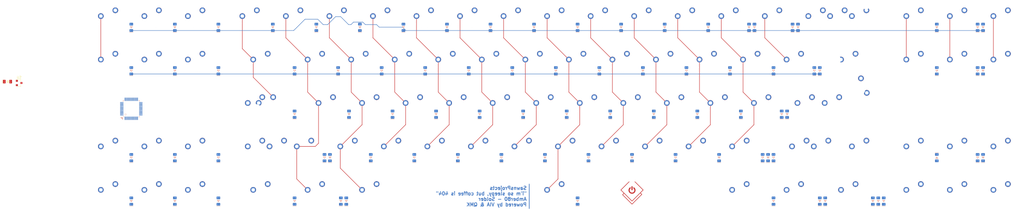
<source format=kicad_pcb>
(kicad_pcb (version 20171130) (host pcbnew "(5.1.11)-1")
  (layers (0 F.Cu signal) (31 B.Cu signal) (34 B.Paste user hide) (35 F.Paste user hide) (36 B.SilkS user hide) (37 F.SilkS user hide) (38 B.Mask user hide) (39 F.Mask user hide) (44 Edge.Cuts user))
  (net 0 "")
  (net 1 "Net-(D1-Pad2)")
  (net 2 "Net-(D7-Pad2)")
  (net 3 "Net-(D13-Pad2)")
  (net 4 "Net-(D19-Pad2)")
  (net 5 "Net-(D25-Pad2)")
  (net 6 "Net-(D31-Pad2)")
  (net 7 "Net-(D37-Pad2)")
  (net 8 "Net-(D43-Pad2)")
  (net 9 "Net-(D49-Pad2)")
  (net 10 "Net-(D55-Pad2)")
  (net 11 "Net-(D61-Pad2)")
  (net 12 "Net-(D67-Pad2)")
  (net 13 "Net-(D73-Pad2)")
  (net 14 "Net-(D79-Pad2)")
  (net 15 "Net-(D2-Pad2)")
  (net 16 "Net-(D3-Pad2)")
  (net 17 "Net-(D4-Pad2)")
  (net 18 "Net-(D5-Pad2)")
  (net 19 "Net-(D6-Pad2)")
  (net 20 "Net-(D8-Pad2)")
  (net 21 "Net-(D9-Pad2)")
  (net 22 "Net-(D10-Pad2)")
  (net 23 "Net-(D11-Pad2)")
  (net 24 "Net-(D12-Pad2)")
  (net 25 "Net-(D14-Pad2)")
  (net 26 "Net-(D15-Pad2)")
  (net 27 "Net-(D16-Pad2)")
  (net 28 "Net-(D17-Pad2)")
  (net 29 "Net-(D18-Pad2)")
  (net 30 "Net-(D20-Pad2)")
  (net 31 "Net-(D21-Pad2)")
  (net 32 "Net-(D22-Pad2)")
  (net 33 "Net-(D23-Pad2)")
  (net 34 "Net-(D26-Pad2)")
  (net 35 "Net-(D27-Pad2)")
  (net 36 "Net-(D28-Pad2)")
  (net 37 "Net-(D29-Pad2)")
  (net 38 "Net-(D32-Pad2)")
  (net 39 "Net-(D33-Pad2)")
  (net 40 "Net-(D34-Pad2)")
  (net 41 "Net-(D35-Pad2)")
  (net 42 "Net-(D38-Pad2)")
  (net 43 "Net-(D39-Pad2)")
  (net 44 "Net-(D40-Pad2)")
  (net 45 "Net-(D41-Pad2)")
  (net 46 "Net-(D44-Pad2)")
  (net 47 "Net-(D45-Pad2)")
  (net 48 "Net-(D46-Pad2)")
  (net 49 "Net-(D47-Pad2)")
  (net 50 "Net-(D48-Pad2)")
  (net 51 "Net-(D50-Pad2)")
  (net 52 "Net-(D51-Pad2)")
  (net 53 "Net-(D52-Pad2)")
  (net 54 "Net-(D53-Pad2)")
  (net 55 "Net-(D56-Pad2)")
  (net 56 "Net-(D57-Pad2)")
  (net 57 "Net-(D58-Pad2)")
  (net 58 "Net-(D59-Pad2)")
  (net 59 "Net-(D62-Pad2)")
  (net 60 "Net-(D63-Pad2)")
  (net 61 "Net-(D64-Pad2)")
  (net 62 "Net-(D65-Pad2)")
  (net 63 "Net-(D68-Pad2)")
  (net 64 "Net-(D69-Pad2)")
  (net 65 "Net-(D70-Pad2)")
  (net 66 "Net-(D71-Pad2)")
  (net 67 "Net-(D74-Pad2)")
  (net 68 "Net-(D75-Pad2)")
  (net 69 "Net-(D77-Pad2)")
  (net 70 "Net-(D80-Pad2)")
  (net 71 "Net-(D81-Pad2)")
  (net 72 "Net-(D83-Pad2)")
  (net 73 "Net-(D84-Pad2)")
  (net 74 "Net-(D86-Pad2)")
  (net 75 "Net-(D90-Pad2)")
  (net 76 +5V)
  (net 77 GND)
  (net 78 C0)
  (net 79 C1)
  (net 80 C2)
  (net 81 C3)
  (net 82 C4)
  (net 83 C5)
  (net 84 C6)
  (net 85 C7)
  (net 86 C8)
  (net 87 R0)
  (net 88 R4)
  (net 89 R3)
  (net 90 "Net-(D24-Pad2)")
  (net 91 "Net-(D30-Pad2)")
  (net 92 "Net-(D36-Pad2)")
  (net 93 "Net-(D42-Pad2)")
  (net 94 "Net-(D54-Pad2)")
  (net 95 "Net-(D60-Pad2)")
  (net 96 "Net-(D66-Pad2)")
  (net 97 "Net-(D72-Pad2)")
  (net 98 "Net-(D76-Pad2)")
  (net 99 "Net-(D85-Pad2)")
  (net 100 "Net-(D88-Pad2)")
  (net 101 "Net-(D89-Pad2)")
  (net 102 R2)
  (net 103 +3V3)
  (net 104 R1)
  (net 105 C18)
  (net 106 C20)
  (net 107 C9)
  (net 108 C10)
  (net 109 C11)
  (net 110 C12)
  (net 111 C13)
  (net 112 C14)
  (net 113 C15)
  (net 114 C16)
  (net 115 C17)
  (net 116 C19)
  (module Package_TO_SOT_SMD:SOT-23 (layer F.Cu) (at -77.648475 74.418756)
    (fp_text reference U2 (at 0 -2.5) (layer F.SilkS))
    (fp_text value MCP1700-2502E_SOT23)
    (pad 3 smd rect (at 1 0) (size 0.9 0.8) (layers F.Cu F.Paste F.Mask) (net 76 +5V))
    (pad 2 smd rect (at -1 0.95) (size 0.9 0.8) (layers F.Cu F.Paste F.Mask) (net 103 +3V3))
    (pad 1 smd rect (at -1 -0.95) (size 0.9 0.8) (layers F.Cu F.Paste F.Mask))
  )
  (module sanproject-keyboard-part:LQFP-48_7x7mm_P0.5mm (layer B.Cu) (at -28.574992 85.725016)
    (fp_text reference U1)
    (fp_text value STM32F072CBTx)
    (pad 48 smd roundrect (at -2.75 4.1625) (size 0.3 1.475) (layers B.Cu B.Paste B.Mask) (net 103 +3V3))
    (pad 47 smd roundrect (at -2.25 4.1625) (size 0.3 1.475) (layers B.Cu B.Paste B.Mask) (net 77 GND))
    (pad 46 smd roundrect (at -1.75 4.1625) (size 0.3 1.475) (layers B.Cu B.Paste B.Mask))
    (pad 45 smd roundrect (at -1.25 4.1625) (size 0.3 1.475) (layers B.Cu B.Paste B.Mask))
    (pad 44 smd roundrect (at -0.75 4.1625) (size 0.3 1.475) (layers B.Cu B.Paste B.Mask))
    (pad 43 smd roundrect (at -0.25 4.1625) (size 0.3 1.475) (layers B.Cu B.Paste B.Mask))
    (pad 42 smd roundrect (at 0.25 4.1625) (size 0.3 1.475) (layers B.Cu B.Paste B.Mask))
    (pad 41 smd roundrect (at 0.75 4.1625) (size 0.3 1.475) (layers B.Cu B.Paste B.Mask))
    (pad 40 smd roundrect (at 1.25 4.1625) (size 0.3 1.475) (layers B.Cu B.Paste B.Mask))
    (pad 39 smd roundrect (at 1.75 4.1625) (size 0.3 1.475) (layers B.Cu B.Paste B.Mask))
    (pad 38 smd roundrect (at 2.25 4.1625) (size 0.3 1.475) (layers B.Cu B.Paste B.Mask))
    (pad 37 smd roundrect (at 2.75 4.1625) (size 0.3 1.475) (layers B.Cu B.Paste B.Mask))
    (pad 36 smd roundrect (at 4.1625 2.75) (size 1.475 0.3) (layers B.Cu B.Paste B.Mask) (net 103 +3V3))
    (pad 35 smd roundrect (at 4.1625 2.25) (size 1.475 0.3) (layers B.Cu B.Paste B.Mask) (net 77 GND))
    (pad 34 smd roundrect (at 4.1625 1.75) (size 1.475 0.3) (layers B.Cu B.Paste B.Mask))
    (pad 33 smd roundrect (at 4.1625 1.25) (size 1.475 0.3) (layers B.Cu B.Paste B.Mask))
    (pad 32 smd roundrect (at 4.1625 0.75) (size 1.475 0.3) (layers B.Cu B.Paste B.Mask))
    (pad 31 smd roundrect (at 4.1625 0.25) (size 1.475 0.3) (layers B.Cu B.Paste B.Mask))
    (pad 30 smd roundrect (at 4.1625 -0.25) (size 1.475 0.3) (layers B.Cu B.Paste B.Mask))
    (pad 29 smd roundrect (at 4.1625 -0.75) (size 1.475 0.3) (layers B.Cu B.Paste B.Mask))
    (pad 28 smd roundrect (at 4.1625 -1.25) (size 1.475 0.3) (layers B.Cu B.Paste B.Mask))
    (pad 27 smd roundrect (at 4.1625 -1.75) (size 1.475 0.3) (layers B.Cu B.Paste B.Mask))
    (pad 26 smd roundrect (at 4.1625 -2.25) (size 1.475 0.3) (layers B.Cu B.Paste B.Mask))
    (pad 25 smd roundrect (at 4.1625 -2.75) (size 1.475 0.3) (layers B.Cu B.Paste B.Mask))
    (pad 24 smd roundrect (at 2.75 -4.1625) (size 0.3 1.475) (layers B.Cu B.Paste B.Mask) (net 103 +3V3))
    (pad 23 smd roundrect (at 2.25 -4.1625) (size 0.3 1.475) (layers B.Cu B.Paste B.Mask) (net 77 GND))
    (pad 22 smd roundrect (at 1.75 -4.1625) (size 0.3 1.475) (layers B.Cu B.Paste B.Mask))
    (pad 21 smd roundrect (at 1.25 -4.1625) (size 0.3 1.475) (layers B.Cu B.Paste B.Mask))
    (pad 20 smd roundrect (at 0.75 -4.1625) (size 0.3 1.475) (layers B.Cu B.Paste B.Mask))
    (pad 19 smd roundrect (at 0.25 -4.1625) (size 0.3 1.475) (layers B.Cu B.Paste B.Mask))
    (pad 18 smd roundrect (at -0.25 -4.1625) (size 0.3 1.475) (layers B.Cu B.Paste B.Mask))
    (pad 17 smd roundrect (at -0.75 -4.1625) (size 0.3 1.475) (layers B.Cu B.Paste B.Mask))
    (pad 16 smd roundrect (at -1.25 -4.1625) (size 0.3 1.475) (layers B.Cu B.Paste B.Mask))
    (pad 15 smd roundrect (at -1.75 -4.1625) (size 0.3 1.475) (layers B.Cu B.Paste B.Mask))
    (pad 14 smd roundrect (at -2.25 -4.1625) (size 0.3 1.475) (layers B.Cu B.Paste B.Mask))
    (pad 13 smd roundrect (at -2.75 -4.1625) (size 0.3 1.475) (layers B.Cu B.Paste B.Mask))
    (pad 12 smd roundrect (at -4.1625 -2.75) (size 1.475 0.3) (layers B.Cu B.Paste B.Mask))
    (pad 11 smd roundrect (at -4.1625 -2.25) (size 1.475 0.3) (layers B.Cu B.Paste B.Mask))
    (pad 10 smd roundrect (at -4.1625 -1.75) (size 1.475 0.3) (layers B.Cu B.Paste B.Mask))
    (pad 9 smd roundrect (at -4.1625 -1.25) (size 1.475 0.3) (layers B.Cu B.Paste B.Mask) (net 103 +3V3))
    (pad 8 smd roundrect (at -4.1625 -0.75) (size 1.475 0.3) (layers B.Cu B.Paste B.Mask) (net 77 GND))
    (pad 7 smd roundrect (at -4.1625 -0.25) (size 1.475 0.3) (layers B.Cu B.Paste B.Mask))
    (pad 6 smd roundrect (at -4.1625 0.25) (size 1.475 0.3) (layers B.Cu B.Paste B.Mask))
    (pad 5 smd roundrect (at -4.1625 0.75) (size 1.475 0.3) (layers B.Cu B.Paste B.Mask))
    (pad 4 smd roundrect (at -4.1625 1.25) (size 1.475 0.3) (layers B.Cu B.Paste B.Mask))
    (pad 3 smd roundrect (at -4.1625 1.75) (size 1.475 0.3) (layers B.Cu B.Paste B.Mask))
    (pad 2 smd roundrect (at -4.1625 2.25) (size 1.475 0.3) (layers B.Cu B.Paste B.Mask))
    (pad 1 smd roundrect (at -4.1625 2.75) (size 1.475 0.3) (layers B.Cu B.Paste B.Mask) (net 103 +3V3))
  )
  (module sanproject-keyboard-part:DIODE_1206_SawnsProjects (layer F.Cu) (at -82.748475 73.818756)
    (fp_text reference D78)
    (fp_text value D)
    (pad 2 smd roundrect (at 1.4 0) (size 1.2 1.6) (layers F.Cu F.Paste F.Mask) (roundrect_rratio 0.2) (net 103 +3V3))
    (pad 1 smd roundrect (at -1.4 0) (size 1.2 1.6) (layers F.Cu F.Paste F.Mask) (roundrect_rratio 0.2) (net 76 +5V))
  )
  (module MX_Only_v4:MXOnly-1U-NoLED (layer F.Cu) (at 0 123.825)
    (fp_text reference MX73)
    (fp_text value 1U)
    (pad "" np_thru_hole circle (at 5.08 0 48.0996) (size 1.75 1.75) (drill 1.75) (layers *.Cu *.Mask))
    (pad 1 thru_hole circle (at -3.81 -2.54) (size 2.5 2.5) (drill 1.47) (layers *.Cu B.Mask) (net 80 C2))
    (pad "" np_thru_hole circle (at -5.08 0 48.0996) (size 1.75 1.75) (drill 1.75) (layers *.Cu *.Mask))
    (pad "" np_thru_hole circle (at 0 0) (size 3.9878 3.9878) (drill 3.9878) (layers *.Cu *.Mask))
    (pad 2 thru_hole circle (at 2.54 -5.08) (size 2.5 2.5) (drill 1.47) (layers *.Cu B.Mask) (net 65 "Net-(D70-Pad2)"))
  )
  (module MX_Only_v4:MXOnly-1U-NoLED (layer F.Cu) (at 0 104.775)
    (fp_text reference MX67)
    (fp_text value 1U)
    (pad "" np_thru_hole circle (at 5.08 0 48.0996) (size 1.75 1.75) (drill 1.75) (layers *.Cu *.Mask))
    (pad 1 thru_hole circle (at -3.81 -2.54) (size 2.5 2.5) (drill 1.47) (layers *.Cu B.Mask) (net 80 C2))
    (pad "" np_thru_hole circle (at -5.08 0 48.0996) (size 1.75 1.75) (drill 1.75) (layers *.Cu *.Mask))
    (pad "" np_thru_hole circle (at 0 0) (size 3.9878 3.9878) (drill 3.9878) (layers *.Cu *.Mask))
    (pad 2 thru_hole circle (at 2.54 -5.08) (size 2.5 2.5) (drill 1.47) (layers *.Cu B.Mask) (net 62 "Net-(D65-Pad2)"))
  )
  (module MX_Only_v4:MXOnly-1U-NoLED (layer F.Cu) (at 0 66.675)
    (fp_text reference MX62)
    (fp_text value 1U)
    (pad "" np_thru_hole circle (at 5.08 0 48.0996) (size 1.75 1.75) (drill 1.75) (layers *.Cu *.Mask))
    (pad 1 thru_hole circle (at -3.81 -2.54) (size 2.5 2.5) (drill 1.47) (layers *.Cu B.Mask) (net 80 C2))
    (pad "" np_thru_hole circle (at -5.08 0 48.0996) (size 1.75 1.75) (drill 1.75) (layers *.Cu *.Mask))
    (pad "" np_thru_hole circle (at 0 0) (size 3.9878 3.9878) (drill 3.9878) (layers *.Cu *.Mask))
    (pad 2 thru_hole circle (at 2.54 -5.08) (size 2.5 2.5) (drill 1.47) (layers *.Cu B.Mask) (net 95 "Net-(D60-Pad2)"))
  )
  (module MX_Only_v4:MXOnly-1U-NoLED (layer F.Cu) (at 0 47.625)
    (fp_text reference MX57)
    (fp_text value 1U)
    (pad "" np_thru_hole circle (at 5.08 0 48.0996) (size 1.75 1.75) (drill 1.75) (layers *.Cu *.Mask))
    (pad 1 thru_hole circle (at -3.81 -2.54) (size 2.5 2.5) (drill 1.47) (layers *.Cu B.Mask) (net 80 C2))
    (pad "" np_thru_hole circle (at -5.08 0 48.0996) (size 1.75 1.75) (drill 1.75) (layers *.Cu *.Mask))
    (pad "" np_thru_hole circle (at 0 0) (size 3.9878 3.9878) (drill 3.9878) (layers *.Cu *.Mask))
    (pad 2 thru_hole circle (at 2.54 -5.08) (size 2.5 2.5) (drill 1.47) (layers *.Cu B.Mask) (net 10 "Net-(D55-Pad2)"))
  )
  (module MX_Only_v4:MXOnly-1U-NoLED (layer F.Cu) (at -19.05 123.825)
    (fp_text reference MX52)
    (fp_text value 1U)
    (pad "" np_thru_hole circle (at 5.08 0 48.0996) (size 1.75 1.75) (drill 1.75) (layers *.Cu *.Mask))
    (pad 1 thru_hole circle (at -3.81 -2.54) (size 2.5 2.5) (drill 1.47) (layers *.Cu B.Mask) (net 79 C1))
    (pad "" np_thru_hole circle (at -5.08 0 48.0996) (size 1.75 1.75) (drill 1.75) (layers *.Cu *.Mask))
    (pad "" np_thru_hole circle (at 0 0) (size 3.9878 3.9878) (drill 3.9878) (layers *.Cu *.Mask))
    (pad 2 thru_hole circle (at 2.54 -5.08) (size 2.5 2.5) (drill 1.47) (layers *.Cu B.Mask) (net 51 "Net-(D50-Pad2)"))
  )
  (module MX_Only_v4:MXOnly-1U-NoLED (layer F.Cu) (at -19.05 104.775)
    (fp_text reference MX47)
    (fp_text value 1U)
    (pad "" np_thru_hole circle (at 5.08 0 48.0996) (size 1.75 1.75) (drill 1.75) (layers *.Cu *.Mask))
    (pad 1 thru_hole circle (at -3.81 -2.54) (size 2.5 2.5) (drill 1.47) (layers *.Cu B.Mask) (net 79 C1))
    (pad "" np_thru_hole circle (at -5.08 0 48.0996) (size 1.75 1.75) (drill 1.75) (layers *.Cu *.Mask))
    (pad "" np_thru_hole circle (at 0 0) (size 3.9878 3.9878) (drill 3.9878) (layers *.Cu *.Mask))
    (pad 2 thru_hole circle (at 2.54 -5.08) (size 2.5 2.5) (drill 1.47) (layers *.Cu B.Mask) (net 47 "Net-(D45-Pad2)"))
  )
  (module MX_Only_v4:MXOnly-1U-NoLED (layer F.Cu) (at -19.049984 66.675)
    (fp_text reference MX41)
    (fp_text value 1U)
    (pad "" np_thru_hole circle (at 5.08 0 48.0996) (size 1.75 1.75) (drill 1.75) (layers *.Cu *.Mask))
    (pad 1 thru_hole circle (at -3.81 -2.54) (size 2.5 2.5) (drill 1.47) (layers *.Cu B.Mask) (net 79 C1))
    (pad "" np_thru_hole circle (at -5.08 0 48.0996) (size 1.75 1.75) (drill 1.75) (layers *.Cu *.Mask))
    (pad "" np_thru_hole circle (at 0 0) (size 3.9878 3.9878) (drill 3.9878) (layers *.Cu *.Mask))
    (pad 2 thru_hole circle (at 2.54 -5.08) (size 2.5 2.5) (drill 1.47) (layers *.Cu B.Mask) (net 43 "Net-(D39-Pad2)"))
  )
  (module MX_Only_v4:MXOnly-1U-NoLED (layer F.Cu) (at -19.049984 47.624984)
    (fp_text reference MX36)
    (fp_text value 1U)
    (pad "" np_thru_hole circle (at 5.08 0 48.0996) (size 1.75 1.75) (drill 1.75) (layers *.Cu *.Mask))
    (pad 1 thru_hole circle (at -3.81 -2.54) (size 2.5 2.5) (drill 1.47) (layers *.Cu B.Mask) (net 79 C1))
    (pad "" np_thru_hole circle (at -5.08 0 48.0996) (size 1.75 1.75) (drill 1.75) (layers *.Cu *.Mask))
    (pad "" np_thru_hole circle (at 0 0) (size 3.9878 3.9878) (drill 3.9878) (layers *.Cu *.Mask))
    (pad 2 thru_hole circle (at 2.54 -5.08) (size 2.5 2.5) (drill 1.47) (layers *.Cu B.Mask) (net 40 "Net-(D34-Pad2)"))
  )
  (module MX_Only_v4:MXOnly-1U-NoLED (layer F.Cu) (at -38.1 123.825)
    (fp_text reference MX31)
    (fp_text value 1U)
    (pad "" np_thru_hole circle (at 5.08 0 48.0996) (size 1.75 1.75) (drill 1.75) (layers *.Cu *.Mask))
    (pad 1 thru_hole circle (at -3.81 -2.54) (size 2.5 2.5) (drill 1.47) (layers *.Cu B.Mask) (net 78 C0))
    (pad "" np_thru_hole circle (at -5.08 0 48.0996) (size 1.75 1.75) (drill 1.75) (layers *.Cu *.Mask))
    (pad "" np_thru_hole circle (at 0 0) (size 3.9878 3.9878) (drill 3.9878) (layers *.Cu *.Mask))
    (pad 2 thru_hole circle (at 2.54 -5.08) (size 2.5 2.5) (drill 1.47) (layers *.Cu B.Mask) (net 37 "Net-(D29-Pad2)"))
  )
  (module MX_Only_v4:MXOnly-1U-NoLED (layer F.Cu) (at -38.1 104.775)
    (fp_text reference MX26)
    (fp_text value 1U)
    (pad "" np_thru_hole circle (at 5.08 0 48.0996) (size 1.75 1.75) (drill 1.75) (layers *.Cu *.Mask))
    (pad 1 thru_hole circle (at -3.81 -2.54) (size 2.5 2.5) (drill 1.47) (layers *.Cu B.Mask) (net 78 C0))
    (pad "" np_thru_hole circle (at -5.08 0 48.0996) (size 1.75 1.75) (drill 1.75) (layers *.Cu *.Mask))
    (pad "" np_thru_hole circle (at 0 0) (size 3.9878 3.9878) (drill 3.9878) (layers *.Cu *.Mask))
    (pad 2 thru_hole circle (at 2.54 -5.08) (size 2.5 2.5) (drill 1.47) (layers *.Cu B.Mask) (net 90 "Net-(D24-Pad2)"))
  )
  (module MX_Only_v4:MXOnly-1U-NoLED (layer F.Cu) (at -38.1 66.675)
    (fp_text reference MX21)
    (fp_text value 1U)
    (pad "" np_thru_hole circle (at 5.08 0 48.0996) (size 1.75 1.75) (drill 1.75) (layers *.Cu *.Mask))
    (pad 1 thru_hole circle (at -3.81 -2.54) (size 2.5 2.5) (drill 1.47) (layers *.Cu B.Mask) (net 78 C0))
    (pad "" np_thru_hole circle (at -5.08 0 48.0996) (size 1.75 1.75) (drill 1.75) (layers *.Cu *.Mask))
    (pad "" np_thru_hole circle (at 0 0) (size 3.9878 3.9878) (drill 3.9878) (layers *.Cu *.Mask))
    (pad 2 thru_hole circle (at 2.54 -5.08) (size 2.5 2.5) (drill 1.47) (layers *.Cu B.Mask) (net 4 "Net-(D19-Pad2)"))
  )
  (module MX_Only_v4:MXOnly-1U-NoLED (layer F.Cu) (at -38.1 47.624984)
    (fp_text reference MX15)
    (fp_text value 1U)
    (pad "" np_thru_hole circle (at 5.08 0 48.0996) (size 1.75 1.75) (drill 1.75) (layers *.Cu *.Mask))
    (pad 1 thru_hole circle (at -3.81 -2.54) (size 2.5 2.5) (drill 1.47) (layers *.Cu B.Mask) (net 78 C0))
    (pad "" np_thru_hole circle (at -5.08 0 48.0996) (size 1.75 1.75) (drill 1.75) (layers *.Cu *.Mask))
    (pad "" np_thru_hole circle (at 0 0) (size 3.9878 3.9878) (drill 3.9878) (layers *.Cu *.Mask))
    (pad 2 thru_hole circle (at 2.54 -5.08) (size 2.5 2.5) (drill 1.47) (layers *.Cu B.Mask) (net 3 "Net-(D13-Pad2)"))
  )
  (module sanproject-keyboard-part:DIODE_1206_SawnsProjects (layer B.Cu) (at 9.52504 126.2063 90)
    (fp_text reference D70)
    (fp_text value D)
    (pad 2 smd roundrect (at 1.4 0 90) (size 1.2 1.6) (layers B.Cu B.Paste B.Mask) (roundrect_rratio 0.2) (net 65 "Net-(D70-Pad2)"))
    (pad 1 smd roundrect (at -1.4 0 90) (size 1.2 1.6) (layers B.Cu B.Paste B.Mask) (roundrect_rratio 0.2) (net 88 R4))
  )
  (module sanproject-keyboard-part:DIODE_1206_SawnsProjects (layer B.Cu) (at 9.52504 107.156284 90)
    (fp_text reference D65)
    (fp_text value D)
    (pad 2 smd roundrect (at 1.4 0 90) (size 1.2 1.6) (layers B.Cu B.Paste B.Mask) (roundrect_rratio 0.2) (net 62 "Net-(D65-Pad2)"))
    (pad 1 smd roundrect (at -1.4 0 90) (size 1.2 1.6) (layers B.Cu B.Paste B.Mask) (roundrect_rratio 0.2) (net 89 R3))
  )
  (module sanproject-keyboard-part:DIODE_1206_SawnsProjects (layer B.Cu) (at 9.52504 69.056252 90)
    (fp_text reference D60)
    (fp_text value D)
    (pad 2 smd roundrect (at 1.4 0 90) (size 1.2 1.6) (layers B.Cu B.Paste B.Mask) (roundrect_rratio 0.2) (net 95 "Net-(D60-Pad2)"))
    (pad 1 smd roundrect (at -1.4 0 90) (size 1.2 1.6) (layers B.Cu B.Paste B.Mask) (roundrect_rratio 0.2) (net 104 R1))
  )
  (module sanproject-keyboard-part:DIODE_1206_SawnsProjects (layer B.Cu) (at 9.52504 50.006236 90)
    (fp_text reference D55)
    (fp_text value D)
    (pad 2 smd roundrect (at 1.4 0 90) (size 1.2 1.6) (layers B.Cu B.Paste B.Mask) (roundrect_rratio 0.2) (net 10 "Net-(D55-Pad2)"))
    (pad 1 smd roundrect (at -1.4 0 90) (size 1.2 1.6) (layers B.Cu B.Paste B.Mask) (roundrect_rratio 0.2) (net 87 R0))
  )
  (module sanproject-keyboard-part:DIODE_1206_SawnsProjects (layer B.Cu) (at -9.524976 126.2063 90)
    (fp_text reference D50)
    (fp_text value D)
    (pad 2 smd roundrect (at 1.4 0 90) (size 1.2 1.6) (layers B.Cu B.Paste B.Mask) (roundrect_rratio 0.2) (net 51 "Net-(D50-Pad2)"))
    (pad 1 smd roundrect (at -1.4 0 90) (size 1.2 1.6) (layers B.Cu B.Paste B.Mask) (roundrect_rratio 0.2) (net 88 R4))
  )
  (module sanproject-keyboard-part:DIODE_1206_SawnsProjects (layer B.Cu) (at -9.524976 107.156284 90)
    (fp_text reference D45)
    (fp_text value D)
    (pad 2 smd roundrect (at 1.4 0 90) (size 1.2 1.6) (layers B.Cu B.Paste B.Mask) (roundrect_rratio 0.2) (net 47 "Net-(D45-Pad2)"))
    (pad 1 smd roundrect (at -1.4 0 90) (size 1.2 1.6) (layers B.Cu B.Paste B.Mask) (roundrect_rratio 0.2) (net 89 R3))
  )
  (module sanproject-keyboard-part:DIODE_1206_SawnsProjects (layer B.Cu) (at -9.524976 69.056252 90)
    (fp_text reference D39)
    (fp_text value D)
    (pad 2 smd roundrect (at 1.4 0 90) (size 1.2 1.6) (layers B.Cu B.Paste B.Mask) (roundrect_rratio 0.2) (net 43 "Net-(D39-Pad2)"))
    (pad 1 smd roundrect (at -1.4 0 90) (size 1.2 1.6) (layers B.Cu B.Paste B.Mask) (roundrect_rratio 0.2) (net 104 R1))
  )
  (module sanproject-keyboard-part:DIODE_1206_SawnsProjects (layer B.Cu) (at -9.524976 50.006236 90)
    (fp_text reference D34)
    (fp_text value D)
    (pad 2 smd roundrect (at 1.4 0 90) (size 1.2 1.6) (layers B.Cu B.Paste B.Mask) (roundrect_rratio 0.2) (net 40 "Net-(D34-Pad2)"))
    (pad 1 smd roundrect (at -1.4 0 90) (size 1.2 1.6) (layers B.Cu B.Paste B.Mask) (roundrect_rratio 0.2) (net 87 R0))
  )
  (module sanproject-keyboard-part:DIODE_1206_SawnsProjects (layer B.Cu) (at -28.574992 126.2063 90)
    (fp_text reference D29)
    (fp_text value D)
    (pad 2 smd roundrect (at 1.4 0 90) (size 1.2 1.6) (layers B.Cu B.Paste B.Mask) (roundrect_rratio 0.2) (net 37 "Net-(D29-Pad2)"))
    (pad 1 smd roundrect (at -1.4 0 90) (size 1.2 1.6) (layers B.Cu B.Paste B.Mask) (roundrect_rratio 0.2) (net 88 R4))
  )
  (module sanproject-keyboard-part:DIODE_1206_SawnsProjects (layer B.Cu) (at -28.574992 107.156284 90)
    (fp_text reference D24)
    (fp_text value D)
    (pad 2 smd roundrect (at 1.4 0 90) (size 1.2 1.6) (layers B.Cu B.Paste B.Mask) (roundrect_rratio 0.2) (net 90 "Net-(D24-Pad2)"))
    (pad 1 smd roundrect (at -1.4 0 90) (size 1.2 1.6) (layers B.Cu B.Paste B.Mask) (roundrect_rratio 0.2) (net 89 R3))
  )
  (module sanproject-keyboard-part:DIODE_1206_SawnsProjects (layer B.Cu) (at -28.574992 69.056252 90)
    (fp_text reference D19)
    (fp_text value D)
    (pad 2 smd roundrect (at 1.4 0 90) (size 1.2 1.6) (layers B.Cu B.Paste B.Mask) (roundrect_rratio 0.2) (net 4 "Net-(D19-Pad2)"))
    (pad 1 smd roundrect (at -1.4 0 90) (size 1.2 1.6) (layers B.Cu B.Paste B.Mask) (roundrect_rratio 0.2) (net 104 R1))
  )
  (module sanproject-keyboard-part:DIODE_1206_SawnsProjects (layer B.Cu) (at -28.574992 50.006236 90)
    (fp_text reference D13)
    (fp_text value D)
    (pad 2 smd roundrect (at 1.4 0 90) (size 1.2 1.6) (layers B.Cu B.Paste B.Mask) (roundrect_rratio 0.2) (net 3 "Net-(D13-Pad2)"))
    (pad 1 smd roundrect (at -1.4 0 90) (size 1.2 1.6) (layers B.Cu B.Paste B.Mask) (roundrect_rratio 0.2) (net 87 R0))
  )
  (module MX_Only_v4:MXOnly-1U-NoLED (layer F.Cu) (at 352.425 104.775)
    (fp_text reference MX9)
    (fp_text value 1U)
    (pad "" np_thru_hole circle (at 5.08 0 48.0996) (size 1.75 1.75) (drill 1.75) (layers *.Cu *.Mask))
    (pad 1 thru_hole circle (at -3.81 -2.54) (size 2.5 2.5) (drill 1.47) (layers *.Cu B.Mask) (net 106 C20))
    (pad "" np_thru_hole circle (at -5.08 0 48.0996) (size 1.75 1.75) (drill 1.75) (layers *.Cu *.Mask))
    (pad "" np_thru_hole circle (at 0 0) (size 3.9878 3.9878) (drill 3.9878) (layers *.Cu *.Mask))
    (pad 2 thru_hole circle (at 2.54 -5.08) (size 2.5 2.5) (drill 1.47) (layers *.Cu B.Mask) (net 2 "Net-(D7-Pad2)"))
  )
  (module MX_Only_v4:MXOnly-1U-NoLED (layer F.Cu) (at 314.325 104.775)
    (fp_text reference MX1)
    (fp_text value 1U)
    (pad "" np_thru_hole circle (at 5.08 0 48.0996) (size 1.75 1.75) (drill 1.75) (layers *.Cu *.Mask))
    (pad 1 thru_hole circle (at -3.81 -2.54) (size 2.5 2.5) (drill 1.47) (layers *.Cu B.Mask) (net 105 C18))
    (pad "" np_thru_hole circle (at -5.08 0 48.0996) (size 1.75 1.75) (drill 1.75) (layers *.Cu *.Mask))
    (pad "" np_thru_hole circle (at 0 0) (size 3.9878 3.9878) (drill 3.9878) (layers *.Cu *.Mask))
    (pad 2 thru_hole circle (at 2.54 -5.08) (size 2.5 2.5) (drill 1.47) (layers *.Cu B.Mask) (net 1 "Net-(D1-Pad2)"))
  )
  (module sanproject-keyboard-part:DIODE_1206_SawnsProjects (layer B.Cu) (at 344.090946 107.156284 90)
    (fp_text reference D7)
    (fp_text value D)
    (pad 2 smd roundrect (at 1.4 0 90) (size 1.2 1.6) (layers B.Cu B.Paste B.Mask) (roundrect_rratio 0.2) (net 2 "Net-(D7-Pad2)"))
    (pad 1 smd roundrect (at -1.4 0 90) (size 1.2 1.6) (layers B.Cu B.Paste B.Mask) (roundrect_rratio 0.2) (net 89 R3))
  )
  (module sanproject-keyboard-part:DIODE_1206_SawnsProjects (layer B.Cu) (at 323.850304 107.156284 270)
    (fp_text reference D1)
    (fp_text value D)
    (pad 2 smd roundrect (at 1.4 0 270) (size 1.2 1.6) (layers B.Cu B.Paste B.Mask) (roundrect_rratio 0.2) (net 1 "Net-(D1-Pad2)"))
    (pad 1 smd roundrect (at -1.4 0 270) (size 1.2 1.6) (layers B.Cu B.Paste B.Mask) (roundrect_rratio 0.2) (net 89 R3))
  )
  (module MX_Only_v4:MXOnly-1U-NoLED (layer F.Cu) (at 333.375 66.675)
    (fp_text reference MX90)
    (fp_text value 1U)
    (pad "" np_thru_hole circle (at 5.08 0 48.0996) (size 1.75 1.75) (drill 1.75) (layers *.Cu *.Mask))
    (pad 1 thru_hole circle (at -3.81 -2.54) (size 2.5 2.5) (drill 1.47) (layers *.Cu B.Mask) (net 116 C19))
    (pad "" np_thru_hole circle (at -5.08 0 48.0996) (size 1.75 1.75) (drill 1.75) (layers *.Cu *.Mask))
    (pad "" np_thru_hole circle (at 0 0) (size 3.9878 3.9878) (drill 3.9878) (layers *.Cu *.Mask))
    (pad 2 thru_hole circle (at 2.54 -5.08) (size 2.5 2.5) (drill 1.47) (layers *.Cu B.Mask) (net 73 "Net-(D84-Pad2)"))
  )
  (module CustomLogo:sanpjxlogo (layer F.Cu) (at 190.5 122.634478)
    (fp_text reference G*** hide)
    (fp_text value LOGO hide)
    (fp_poly (pts (xy -1.23727 -5.032098) (xy -1.204677 -5.020972) (xy -1.176609 -5.001216) (xy -1.162681 -4.98507) (xy -1.149409 -4.95773) (xy -1.142817 -4.925357) (xy -1.143574 -4.89262) (xy -1.14717 -4.876765) (xy -1.148837 -4.873847) (xy -1.152789 -4.868711) (xy -1.15923 -4.861151) (xy -1.168363 -4.850962) (xy -1.180393 -4.837938) (xy -1.195523 -4.821873) (xy -1.213957 -4.802562) (xy -1.235899 -4.779798) (xy -1.261553 -4.753376) (xy -1.291123 -4.723091) (xy -1.324813 -4.688736) (xy -1.362827 -4.650105) (xy -1.405369 -4.606994) (xy -1.452643 -4.559195) (xy -1.504852 -4.506505) (xy -1.562201 -4.448716) (xy -1.624893 -4.385623) (xy -1.693133 -4.31702) (xy -1.767124 -4.242702) (xy -1.84707 -4.162462) (xy -1.933176 -4.076096) (xy -2.025645 -3.983397) (xy -2.124681 -3.884159) (xy -2.230488 -3.778177) (xy -2.34327 -3.665246) (xy -2.463231 -3.545158) (xy -2.590575 -3.41771) (xy -2.725506 -3.282694) (xy -2.868227 -3.139905) (xy -2.930153 -3.077955) (xy -4.706113 -1.301372) (xy 0.002857 3.407598) (xy 2.357347 1.053103) (xy 4.711836 -1.301392) (xy 2.938663 -3.075111) (xy 2.819349 -3.194484) (xy 2.702048 -3.311884) (xy 2.58702 -3.427052) (xy 2.474525 -3.539726) (xy 2.364823 -3.649643) (xy 2.258173 -3.756544) (xy 2.154835 -3.860167) (xy 2.055069 -3.96025) (xy 1.959136 -4.056533) (xy 1.867294 -4.148754) (xy 1.779804 -4.236651) (xy 1.696925 -4.319964) (xy 1.618917 -4.39843) (xy 1.54604 -4.47179) (xy 1.478555 -4.539781) (xy 1.41672 -4.602143) (xy 1.360795 -4.658613) (xy 1.31104 -4.708931) (xy 1.267716 -4.752835) (xy 1.231082 -4.790065) (xy 1.201397 -4.820358) (xy 1.178922 -4.843454) (xy 1.163917 -4.859091) (xy 1.15664 -4.867008) (xy 1.155977 -4.867887) (xy 1.147304 -4.897092) (xy 1.147257 -4.929513) (xy 1.155171 -4.961733) (xy 1.17038 -4.990333) (xy 1.182477 -5.004098) (xy 1.209595 -5.022074) (xy 1.241904 -5.032043) (xy 1.276011 -5.033521) (xy 1.30852 -5.026024) (xy 1.315287 -5.023041) (xy 1.320727 -5.018665) (xy 1.332836 -5.007566) (xy 1.351676 -4.989679) (xy 1.377312 -4.964942) (xy 1.409809 -4.93329) (xy 1.449231 -4.894659) (xy 1.49564 -4.848987) (xy 1.549103 -4.796209) (xy 1.609682 -4.736261) (xy 1.677442 -4.669081) (xy 1.752447 -4.594604) (xy 1.834761 -4.512766) (xy 1.924448 -4.423503) (xy 2.021572 -4.326753) (xy 2.126198 -4.222452) (xy 2.238389 -4.110535) (xy 2.358209 -3.990938) (xy 2.485723 -3.863599) (xy 2.620995 -3.728454) (xy 2.764088 -3.585439) (xy 2.915068 -3.434489) (xy 3.073997 -3.275542) (xy 3.162974 -3.186536) (xy 4.987454 -1.361325) (xy 4.994341 -1.331359) (xy 4.998226 -1.306672) (xy 4.996831 -1.283928) (xy 4.994314 -1.271427) (xy 4.993284 -1.267275) (xy 4.991902 -1.263066) (xy 4.98978 -1.258397) (xy 4.986533 -1.252866) (xy 4.981773 -1.246074) (xy 4.975115 -1.237617) (xy 4.966172 -1.227094) (xy 4.954558 -1.214105) (xy 4.939886 -1.198246) (xy 4.921771 -1.179118) (xy 4.899824 -1.156318) (xy 4.873661 -1.129444) (xy 4.842895 -1.098096) (xy 4.807139 -1.061871) (xy 4.766007 -1.020369) (xy 4.719113 -0.973188) (xy 4.66607 -0.919925) (xy 4.606491 -0.860181) (xy 4.539991 -0.793552) (xy 4.466183 -0.719638) (xy 4.387377 -0.640737) (xy 3.787353 -0.040013) (xy 4.093303 0.266814) (xy 4.150371 0.324067) (xy 4.199908 0.373837) (xy 4.242459 0.416707) (xy 4.27857 0.453259) (xy 4.308788 0.484079) (xy 4.333657 0.50975) (xy 4.353724 0.530855) (xy 4.369534 0.547978) (xy 4.381632 0.561703) (xy 4.390565 0.572613) (xy 4.396878 0.581293) (xy 4.401117 0.588324) (xy 4.403827 0.594292) (xy 4.405555 0.59978) (xy 4.4059 0.601155) (xy 4.409542 0.635559) (xy 4.404414 0.668436) (xy 4.398228 0.683894) (xy 4.393816 0.688702) (xy 4.381566 0.701345) (xy 4.36171 0.721587) (xy 4.334485 0.749195) (xy 4.300124 0.783931) (xy 4.258863 0.82556) (xy 4.210936 0.873848) (xy 4.156577 0.928559) (xy 4.096021 0.989458) (xy 4.029504 1.056308) (xy 3.957258 1.128875) (xy 3.87952 1.206924) (xy 3.796523 1.290218) (xy 3.708502 1.378523) (xy 3.615693 1.471603) (xy 3.518329 1.569223) (xy 3.416645 1.671148) (xy 3.310875 1.777141) (xy 3.201255 1.886968) (xy 3.088019 2.000394) (xy 2.971402 2.117182) (xy 2.851637 2.237098) (xy 2.728961 2.359906) (xy 2.603607 2.485371) (xy 2.47581 2.613257) (xy 2.345804 2.74333) (xy 2.231418 2.857755) (xy 2.056204 3.032999) (xy 1.88896 3.200236) (xy 1.729602 3.35955) (xy 1.578048 3.511023) (xy 1.434213 3.654739) (xy 1.298013 3.790782) (xy 1.169365 3.919234) (xy 1.048185 4.04018) (xy 0.934389 4.153701) (xy 0.827894 4.259882) (xy 0.728616 4.358806) (xy 0.636471 4.450557) (xy 0.551374 4.535216) (xy 0.473244 4.612868) (xy 0.401995 4.683597) (xy 0.337545 4.747484) (xy 0.279809 4.804615) (xy 0.228703 4.855071) (xy 0.184144 4.898936) (xy 0.146049 4.936294) (xy 0.114333 4.967227) (xy 0.088912 4.99182) (xy 0.069704 5.010155) (xy 0.056624 5.022315) (xy 0.049588 5.028385) (xy 0.048516 5.029096) (xy 0.01671 5.038026) (xy -0.018761 5.037585) (xy -0.039956 5.032942) (xy -0.043022 5.030961) (xy -0.04917 5.025847) (xy -0.058573 5.017427) (xy -0.071403 5.00553) (xy -0.087834 4.989985) (xy -0.108038 4.970619) (xy -0.132188 4.947261) (xy -0.160456 4.919739) (xy -0.193017 4.887882) (xy -0.230042 4.851518) (xy -0.271705 4.810475) (xy -0.318178 4.764582) (xy -0.369635 4.713668) (xy -0.426247 4.65756) (xy -0.488188 4.596087) (xy -0.555631 4.529077) (xy -0.628749 4.456359) (xy -0.707714 4.37776) (xy -0.792699 4.293111) (xy -0.883878 4.202238) (xy -0.981422 4.10497) (xy -1.085505 4.001136) (xy -1.1963 3.890563) (xy -1.31398 3.773081) (xy -1.438717 3.648518) (xy -1.570684 3.516701) (xy -1.710054 3.37746) (xy -1.857 3.230623) (xy -2.011695 3.076018) (xy -2.144754 2.943019) (xy -2.277802 2.810005) (xy -2.408463 2.679341) (xy -2.53651 2.551253) (xy -2.661715 2.425969) (xy -2.783854 2.303718) (xy -2.902697 2.184727) (xy -3.01802 2.069224) (xy -3.129594 1.957436) (xy -3.237194 1.849592) (xy -3.340592 1.74592) (xy -3.439561 1.646646) (xy -3.533875 1.551999) (xy -3.623306 1.462207) (xy -3.707629 1.377498) (xy -3.786615 1.298098) (xy -3.860039 1.224237) (xy -3.927674 1.156142) (xy -3.989292 1.094041) (xy -4.044667 1.038161) (xy -4.093572 0.988731) (xy -4.13578 0.945977) (xy -4.171065 0.910129) (xy -4.199199 0.881413) (xy -4.219956 0.860058) (xy -4.233109 0.846291) (xy -4.238431 0.840341) (xy -4.23852 0.840192) (xy -4.249705 0.805418) (xy -4.249768 0.787691) (xy -3.964102 0.787691) (xy -1.983478 2.768413) (xy -1.857419 2.894463) (xy -1.733374 3.018468) (xy -1.611586 3.140185) (xy -1.492302 3.25937) (xy -1.375766 3.375779) (xy -1.262222 3.489169) (xy -1.151916 3.599294) (xy -1.045092 3.705913) (xy -0.941995 3.80878) (xy -0.84287 3.907652) (xy -0.747962 4.002285) (xy -0.657515 4.092436) (xy -0.571773 4.177859) (xy -0.490983 4.258313) (xy -0.415389 4.333552) (xy -0.345235 4.403333) (xy -0.280766 4.467412) (xy -0.222228 4.525546) (xy -0.169864 4.577489) (xy -0.12392 4.623) (xy -0.08464 4.661833) (xy -0.052269 4.693745) (xy -0.027053 4.718492) (xy -0.009235 4.73583) (xy 0.000939 4.745515) (xy 0.003402 4.747613) (xy 0.007788 4.743517) (xy 0.019999 4.731582) (xy 0.039794 4.712047) (xy 0.066933 4.685152) (xy 0.101177 4.651136) (xy 0.142285 4.61024) (xy 0.190017 4.562704) (xy 0.244134 4.508768) (xy 0.304394 4.44867) (xy 0.370558 4.382652) (xy 0.442386 4.310952) (xy 0.519637 4.233812) (xy 0.602073 4.15147) (xy 0.689451 4.064167) (xy 0.781533 3.972142) (xy 0.878079 3.875636) (xy 0.978848 3.774887) (xy 1.083599 3.670137) (xy 1.192094 3.561625) (xy 1.304092 3.44959) (xy 1.419353 3.334273) (xy 1.537637 3.215913) (xy 1.658703 3.09475) (xy 1.782312 2.971025) (xy 1.908223 2.844977) (xy 2.036197 2.716845) (xy 2.064996 2.688008) (xy 4.120334 0.629927) (xy 3.869549 0.379191) (xy 3.618765 0.128455) (xy 1.845056 1.901967) (xy 1.689208 2.05778) (xy 1.541292 2.205623) (xy 1.401189 2.345615) (xy 1.268778 2.477876) (xy 1.143938 2.602527) (xy 1.026549 2.719687) (xy 0.916489 2.829477) (xy 0.813638 2.932015) (xy 0.717876 3.027421) (xy 0.629081 3.115817) (xy 0.547133 3.197321) (xy 0.471911 3.272053) (xy 0.403295 3.340134) (xy 0.341163 3.401683) (xy 0.285395 3.45682) (xy 0.23587 3.505664) (xy 0.192468 3.548337) (xy 0.155068 3.584957) (xy 0.123549 3.615644) (xy 0.09779 3.640519) (xy 0.07767 3.659701) (xy 0.06307 3.673311) (xy 0.053868 3.681467) (xy 0.050127 3.684234) (xy 0.025811 3.690576) (xy -0.002809 3.692753) (xy -0.0301 3.690597) (xy -0.043865 3.687018) (xy -0.049055 3.682571) (xy -0.06208 3.670273) (xy -0.082712 3.650349) (xy -0.110721 3.623029) (xy -0.145877 3.58854) (xy -0.187953 3.54711) (xy -0.236719 3.498966) (xy -0.291945 3.444336) (xy -0.353403 3.383447) (xy -0.420863 3.316528) (xy -0.494097 3.243807) (xy -0.572875 3.16551) (xy -0.656969 3.081865) (xy -0.746148 2.993101) (xy -0.840185 2.899445) (xy -0.93885 2.801125) (xy -1.041914 2.698367) (xy -1.149148 2.591401) (xy -1.260322 2.480454) (xy -1.375208 2.365753) (xy -1.493577 2.247527) (xy -1.615199 2.126002) (xy -1.739845 2.001407) (xy -1.759452 1.981804) (xy -3.458972 0.282561) (xy -3.964102 0.787691) (xy -4.249768 0.787691) (xy -4.24983 0.770385) (xy -4.246577 0.754877) (xy -4.244784 0.749372) (xy -4.241951 0.743314) (xy -4.237531 0.73612) (xy -4.23098 0.72721) (xy -4.221753 0.716003) (xy -4.209305 0.701916) (xy -4.193091 0.68437) (xy -4.172565 0.662783) (xy -4.147183 0.636573) (xy -4.1164 0.605159) (xy -4.07967 0.567961) (xy -4.036448 0.524396) (xy -3.98619 0.473884) (xy -3.933392 0.420899) (xy -3.62748 0.114045) (xy -4.302174 -0.560854) (xy -4.398032 -0.656794) (xy -4.485942 -0.744893) (xy -4.56608 -0.825329) (xy -4.638621 -0.89828) (xy -4.703739 -0.963926) (xy -4.761612 -1.022444) (xy -4.812413 -1.074014) (xy -4.856319 -1.118815) (xy -4.893506 -1.157024) (xy -4.924147 -1.188821) (xy -4.94842 -1.214385) (xy -4.966498 -1.233894) (xy -4.978559 -1.247526) (xy -4.984777 -1.255461) (xy -4.985625 -1.256974) (xy -4.993373 -1.289633) (xy -4.991683 -1.323946) (xy -4.983416 -1.34991) (xy -4.978534 -1.355777) (xy -4.965877 -1.369377) (xy -4.945757 -1.390397) (xy -4.918484 -1.418527) (xy -4.884372 -1.453455) (xy -4.84373 -1.494869) (xy -4.796871 -1.542458) (xy -4.744107 -1.595911) (xy -4.685749 -1.654916) (xy -4.622108 -1.719162) (xy -4.553497 -1.788338) (xy -4.480226 -1.862131) (xy -4.402607 -1.940231) (xy -4.320953 -2.022326) (xy -4.235573 -2.108105) (xy -4.146781 -2.197257) (xy -4.054888 -2.289469) (xy -3.960204 -2.384431) (xy -3.863042 -2.48183) (xy -3.763714 -2.581357) (xy -3.662531 -2.682698) (xy -3.559804 -2.785544) (xy -3.455845 -2.889582) (xy -3.350965 -2.994501) (xy -3.245477 -3.099989) (xy -3.139692 -3.205736) (xy -3.033921 -3.31143) (xy -2.928476 -3.416758) (xy -2.823669 -3.521411) (xy -2.71981 -3.625076) (xy -2.617213 -3.727442) (xy -2.516187 -3.828198) (xy -2.417045 -3.927033) (xy -2.320099 -4.023634) (xy -2.22566 -4.11769) (xy -2.134039 -4.208891) (xy -2.045549 -4.296924) (xy -1.9605 -4.381478) (xy -1.879204 -4.462242) (xy -1.801973 -4.538904) (xy -1.729119 -4.611153) (xy -1.660953 -4.678678) (xy -1.597786 -4.741167) (xy -1.53993 -4.798308) (xy -1.487698 -4.849791) (xy -1.441399 -4.895303) (xy -1.401346 -4.934534) (xy -1.367851 -4.967172) (xy -1.341225 -4.992906) (xy -1.32178 -5.011424) (xy -1.309826 -5.022414) (xy -1.305858 -5.025581) (xy -1.271845 -5.033874) (xy -1.23727 -5.032098)) (layer F.Cu) (width 0.01))
    (fp_poly (pts (xy 0.829658 -2.444898) (xy 0.877834 -2.427656) (xy 0.902924 -2.413386) (xy 0.934037 -2.391816) (xy 0.969634 -2.364199) (xy 1.008176 -2.331788) (xy 1.048124 -2.295834) (xy 1.087941 -2.257593) (xy 1.093329 -2.252215) (xy 1.163265 -2.178206) (xy 1.224599 -2.104513) (xy 1.279435 -2.028211) (xy 1.329873 -1.946373) (xy 1.378015 -1.856073) (xy 1.378432 -1.855238) (xy 1.43154 -1.736118) (xy 1.47401 -1.613394) (xy 1.505767 -1.487787) (xy 1.526735 -1.360021) (xy 1.53684 -1.230818) (xy 1.536006 -1.100902) (xy 1.524158 -0.970994) (xy 1.501222 -0.841818) (xy 1.488932 -0.790539) (xy 1.457633 -0.687179) (xy 1.416972 -0.582072) (xy 1.368194 -0.477696) (xy 1.312543 -0.376526) (xy 1.251263 -0.281041) (xy 1.195107 -0.205483) (xy 1.168196 -0.173683) (xy 1.134836 -0.137206) (xy 1.097487 -0.09851) (xy 1.05861 -0.060056) (xy 1.020665 -0.024304) (xy 0.986111 0.006285) (xy 0.970337 0.019306) (xy 0.877567 0.087486) (xy 0.777647 0.14997) (xy 0.672616 0.205787) (xy 0.564513 0.253967) (xy 0.455376 0.293541) (xy 0.347244 0.323538) (xy 0.316786 0.330221) (xy 0.239015 0.343845) (xy 0.15639 0.354007) (xy 0.072449 0.36046) (xy -0.009275 0.362961) (xy -0.085244 0.361264) (xy -0.108923 0.359704) (xy -0.229204 0.345638) (xy -0.346674 0.322281) (xy -0.460995 0.290175) (xy -0.585613 0.244511) (xy -0.704339 0.189302) (xy -0.816795 0.124998) (xy -0.922603 0.052049) (xy -1.021383 -0.029092) (xy -1.112757 -0.117975) (xy -1.196346 -0.214151) (xy -1.271773 -0.317167) (xy -1.338657 -0.426573) (xy -1.396622 -0.541918) (xy -1.445288 -0.662752) (xy -1.484276 -0.788624) (xy -1.513209 -0.919083) (xy -1.52199 -0.973191) (xy -1.526585 -1.014622) (xy -1.529834 -1.064535) (xy -1.531736 -1.120074) (xy -1.53229 -1.178385) (xy -1.531495 -1.236612) (xy -1.529352 -1.291901) (xy -1.525858 -1.341396) (xy -1.522084 -1.374954) (xy -1.498175 -1.506671) (xy -1.463645 -1.634811) (xy -1.418727 -1.758817) (xy -1.363656 -1.87813) (xy -1.298664 -1.992193) (xy -1.223987 -2.100449) (xy -1.210825 -2.117618) (xy -1.179244 -2.156045) (xy -1.14299 -2.196489) (xy -1.103514 -2.237614) (xy -1.062265 -2.278085) (xy -1.020694 -2.316566) (xy -0.980251 -2.351721) (xy -0.942385 -2.382215) (xy -0.908546 -2.406712) (xy -0.880185 -2.423877) (xy -0.876158 -2.425899) (xy -0.826508 -2.443864) (xy -0.775006 -2.451247) (xy -0.723396 -2.448223) (xy -0.67342 -2.434965) (xy -0.62682 -2.411644) (xy -0.609348 -2.399409) (xy -0.584819 -2.376243) (xy -0.56072 -2.345907) (xy -0.539841 -2.312396) (xy -0.524974 -2.279709) (xy -0.524191 -2.277438) (xy -0.513904 -2.229968) (xy -0.513058 -2.17961) (xy -0.521259 -2.12927) (xy -0.538116 -2.081859) (xy -0.5546 -2.052354) (xy -0.567613 -2.036054) (xy -0.586522 -2.016433) (xy -0.60798 -1.996877) (xy -0.616096 -1.990174) (xy -0.648585 -1.962562) (xy -0.68455 -1.929234) (xy -0.72181 -1.892445) (xy -0.758188 -1.854451) (xy -0.791506 -1.817508) (xy -0.819585 -1.78387) (xy -0.834792 -1.76373) (xy -0.882933 -1.688087) (xy -0.925787 -1.604891) (xy -0.961999 -1.517307) (xy -0.990215 -1.428497) (xy -1.004536 -1.367033) (xy -1.012232 -1.317039) (xy -1.017605 -1.259759) (xy -1.020506 -1.199112) (xy -1.020784 -1.139019) (xy -1.018289 -1.083399) (xy -1.016237 -1.061013) (xy -0.999074 -0.956233) (xy -0.971052 -0.854266) (xy -0.932534 -0.755844) (xy -0.883886 -0.661702) (xy -0.825472 -0.572575) (xy -0.757657 -0.489195) (xy -0.705025 -0.43487) (xy -0.62685 -0.367421) (xy -0.54106 -0.307603) (xy -0.449154 -0.256173) (xy -0.352632 -0.21389) (xy -0.252994 -0.181513) (xy -0.165529 -0.162094) (xy -0.131132 -0.157574) (xy -0.088775 -0.154273) (xy -0.041449 -0.15222) (xy 0.007852 -0.151446) (xy 0.056136 -0.15198) (xy 0.100411 -0.153851) (xy 0.137684 -0.157088) (xy 0.151258 -0.15898) (xy 0.258108 -0.181893) (xy 0.360774 -0.21499) (xy 0.458598 -0.257837) (xy 0.550922 -0.309997) (xy 0.637087 -0.371035) (xy 0.716435 -0.440517) (xy 0.788308 -0.518006) (xy 0.852046 -0.603068) (xy 0.873469 -0.636427) (xy 0.893172 -0.670862) (xy 0.914469 -0.712077) (xy 0.935549 -0.756238) (xy 0.954599 -0.79951) (xy 0.969809 -0.838057) (xy 0.973086 -0.847342) (xy 1.001528 -0.948101) (xy 1.01916 -1.051135) (xy 1.02609 -1.155389) (xy 1.022424 -1.259803) (xy 1.008271 -1.363322) (xy 0.983739 -1.464886) (xy 0.948934 -1.56344) (xy 0.903966 -1.657924) (xy 0.887566 -1.686925) (xy 0.841674 -1.758785) (xy 0.791924 -1.824159) (xy 0.736129 -1.885591) (xy 0.672101 -1.945626) (xy 0.646058 -1.967852) (xy 0.621092 -1.989397) (xy 0.597637 -2.01093) (xy 0.577963 -2.030278) (xy 0.564341 -2.045269) (xy 0.562012 -2.048265) (xy 0.539316 -2.087818) (xy 0.523794 -2.133192) (xy 0.516104 -2.181025) (xy 0.516905 -2.227952) (xy 0.52167 -2.254016) (xy 0.539961 -2.304624) (xy 0.56653 -2.34881) (xy 0.600123 -2.385965) (xy 0.63949 -2.415477) (xy 0.683379 -2.436736) (xy 0.730538 -2.449133) (xy 0.779715 -2.452057) (xy 0.829658 -2.444898)) (layer F.Cu) (width 0.01))
    (fp_poly (pts (xy 0.048713 -2.960956) (xy 0.09062 -2.949497) (xy 0.10188 -2.944937) (xy 0.145014 -2.920317) (xy 0.183513 -2.887434) (xy 0.2154 -2.848461) (xy 0.238699 -2.805573) (xy 0.245377 -2.787145) (xy 0.247108 -2.781309) (xy 0.248656 -2.775201) (xy 0.25003 -2.768182) (xy 0.251241 -2.759614) (xy 0.252299 -2.748857) (xy 0.253213 -2.735273) (xy 0.253995 -2.718222) (xy 0.254654 -2.697066) (xy 0.255201 -2.671165) (xy 0.255645 -2.63988) (xy 0.255996 -2.602573) (xy 0.256265 -2.558605) (xy 0.256463 -2.507336) (xy 0.256598 -2.448127) (xy 0.256682 -2.38034) (xy 0.256723 -2.303336) (xy 0.256734 -2.216474) (xy 0.256723 -2.119118) (xy 0.256714 -2.07278) (xy 0.256643 -1.964031) (xy 0.256479 -1.863335) (xy 0.256224 -1.77102) (xy 0.255881 -1.687409) (xy 0.255453 -1.612828) (xy 0.254943 -1.547601) (xy 0.254352 -1.492054) (xy 0.253684 -1.44651) (xy 0.252942 -1.411296) (xy 0.252127 -1.386735) (xy 0.251244 -1.373154) (xy 0.250924 -1.371078) (xy 0.237252 -1.330297) (xy 0.215071 -1.292034) (xy 0.186967 -1.258005) (xy 0.15574 -1.227941) (xy 0.125268 -1.20628) (xy 0.092129 -1.190798) (xy 0.074593 -1.185004) (xy 0.041788 -1.178538) (xy 0.004008 -1.176153) (xy -0.034106 -1.177799) (xy -0.067908 -1.18343) (xy -0.078688 -1.186614) (xy -0.12584 -1.208747) (xy -0.167474 -1.239925) (xy -0.202314 -1.278599) (xy -0.229079 -1.323217) (xy -0.24649 -1.372228) (xy -0.250972 -1.395573) (xy -0.251861 -1.407668) (xy -0.252675 -1.430256) (xy -0.253414 -1.462423) (xy -0.254078 -1.503254) (xy -0.254667 -1.551835) (xy -0.255181 -1.607252) (xy -0.255621 -1.66859) (xy -0.255986 -1.734935) (xy -0.256277 -1.805372) (xy -0.256493 -1.878988) (xy -0.256635 -1.954868) (xy -0.256702 -2.032098) (xy -0.256695 -2.109763) (xy -0.256614 -2.186948) (xy -0.256459 -2.262741) (xy -0.25623 -2.336225) (xy -0.255926 -2.406488) (xy -0.255549 -2.472614) (xy -0.255097 -2.533689) (xy -0.254572 -2.588799) (xy -0.253973 -2.63703) (xy -0.2533 -2.677467) (xy -0.252554 -2.709196) (xy -0.251734 -2.731302) (xy -0.250877 -2.742629) (xy -0.237932 -2.794104) (xy -0.215219 -2.841069) (xy -0.183889 -2.882346) (xy -0.145095 -2.916753) (xy -0.099989 -2.943111) (xy -0.049721 -2.96024) (xy -0.035743 -2.963072) (xy 0.004926 -2.9657) (xy 0.048713 -2.960956)) (layer F.Cu) (width 0.01))
  )
  (module MX_Only_v4:MXOnly-1U-NoLED (layer F.Cu) (at 71.4375 66.675)
    (fp_text reference MX17)
    (fp_text value 1U)
    (pad "" np_thru_hole circle (at 5.08 0 48.0996) (size 1.75 1.75) (drill 1.75) (layers *.Cu *.Mask))
    (pad 1 thru_hole circle (at -3.81 -2.54) (size 2.5 2.5) (drill 1.47) (layers *.Cu B.Mask) (net 83 C5))
    (pad "" np_thru_hole circle (at -5.08 0 48.0996) (size 1.75 1.75) (drill 1.75) (layers *.Cu *.Mask))
    (pad "" np_thru_hole circle (at 0 0) (size 3.9878 3.9878) (drill 3.9878) (layers *.Cu *.Mask))
    (pad 2 thru_hole circle (at 2.54 -5.08) (size 2.5 2.5) (drill 1.47) (layers *.Cu B.Mask) (net 26 "Net-(D15-Pad2)"))
  )
  (module MX_Only_v4:MXOnly-2.25U-ReversedStabilizers-NoLED (layer F.Cu) (at 278.60625 85.725)
    (fp_text reference MX77)
    (fp_text value 2.25U)
    (pad "" np_thru_hole circle (at 0 0) (size 3.9878 3.9878) (drill 3.9878) (layers *.Cu *.Mask))
    (pad 2 thru_hole circle (at 2.54 -5.08) (size 2.5 2.5) (drill 1.47) (layers *.Cu B.Mask) (net 13 "Net-(D73-Pad2)"))
    (pad "" np_thru_hole circle (at -5.08 0 48.0996) (size 1.75 1.75) (drill 1.75) (layers *.Cu *.Mask))
    (pad "" np_thru_hole circle (at 5.08 0 48.0996) (size 1.75 1.75) (drill 1.75) (layers *.Cu *.Mask))
    (pad 1 thru_hole circle (at -3.81 -2.54) (size 2.5 2.5) (drill 1.47) (layers *.Cu B.Mask) (net 114 C16))
    (pad "" np_thru_hole circle (at -11.90625 6.985) (size 3.048 3.048) (drill 3.048) (layers *.Cu *.Mask))
    (pad "" np_thru_hole circle (at 11.90625 6.985) (size 3.048 3.048) (drill 3.048) (layers *.Cu *.Mask))
    (pad "" np_thru_hole circle (at -11.90625 -8.255) (size 3.9878 3.9878) (drill 3.9878) (layers *.Cu *.Mask))
    (pad "" np_thru_hole circle (at 11.90625 -8.255) (size 3.9878 3.9878) (drill 3.9878) (layers *.Cu *.Mask))
  )
  (module MX_Only_v4:MXOnly-7U-ReversedStabilizers-NoLED (layer F.Cu) (at 157.1625 123.825)
    (fp_text reference MX46)
    (fp_text value 7U)
    (pad "" np_thru_hole circle (at 0 0) (size 3.9878 3.9878) (drill 3.9878) (layers *.Cu *.Mask))
    (pad 2 thru_hole circle (at 2.54 -5.08) (size 2.5 2.5) (drill 1.47) (layers *.Cu B.Mask) (net 46 "Net-(D44-Pad2)"))
    (pad "" np_thru_hole circle (at -5.08 0 48.0996) (size 1.75 1.75) (drill 1.75) (layers *.Cu *.Mask))
    (pad "" np_thru_hole circle (at 5.08 0 48.0996) (size 1.75 1.75) (drill 1.75) (layers *.Cu *.Mask))
    (pad 1 thru_hole circle (at -3.81 -2.54) (size 2.5 2.5) (drill 1.47) (layers *.Cu B.Mask) (net 108 C10))
    (pad "" np_thru_hole circle (at -57.15 6.985) (size 3.048 3.048) (drill 3.048) (layers *.Cu *.Mask))
    (pad "" np_thru_hole circle (at 57.15 6.985) (size 3.048 3.048) (drill 3.048) (layers *.Cu *.Mask))
    (pad "" np_thru_hole circle (at -57.15 -8.255) (size 3.9878 3.9878) (drill 3.9878) (layers *.Cu *.Mask))
    (pad "" np_thru_hole circle (at 57.15 -8.255) (size 3.9878 3.9878) (drill 3.9878) (layers *.Cu *.Mask))
  )
  (module MX_Only_v4:MXOnly-1U-NoLED (layer F.Cu) (at 352.425 123.825)
    (fp_text reference MX96)
    (fp_text value 1U)
    (pad "" np_thru_hole circle (at 5.08 0 48.0996) (size 1.75 1.75) (drill 1.75) (layers *.Cu *.Mask))
    (pad 1 thru_hole circle (at -3.81 -2.54) (size 2.5 2.5) (drill 1.47) (layers *.Cu B.Mask) (net 106 C20))
    (pad "" np_thru_hole circle (at -5.08 0 48.0996) (size 1.75 1.75) (drill 1.75) (layers *.Cu *.Mask))
    (pad "" np_thru_hole circle (at 0 0) (size 3.9878 3.9878) (drill 3.9878) (layers *.Cu *.Mask))
    (pad 2 thru_hole circle (at 2.54 -5.08) (size 2.5 2.5) (drill 1.47) (layers *.Cu B.Mask) (net 75 "Net-(D90-Pad2)"))
  )
  (module MX_Only_v4:MXOnly-ISO-ROTATED-ReversedStabilizers-NoLED (layer F.Cu) (at 288.131492 76.200064)
    (fp_text reference MX81)
    (fp_text value ISO)
    (pad 2 thru_hole circle (at 5.08 2.54) (size 2.5 2.5) (drill 1.47) (layers *.Cu B.Mask) (net 114 C16))
    (pad "" np_thru_hole circle (at 0 0) (size 3.9878 3.9878) (drill 3.9878) (layers *.Cu *.Mask))
    (pad 1 thru_hole circle (at 2.54 -3.81) (size 2.5 2.5) (drill 1.47) (layers *.Cu B.Mask) (net 13 "Net-(D73-Pad2)"))
    (pad "" np_thru_hole circle (at 0 -5.08 48.0996) (size 1.75 1.75) (drill 1.75) (layers *.Cu *.Mask))
    (pad "" np_thru_hole circle (at 0 5.08 48.0996) (size 1.75 1.75) (drill 1.75) (layers *.Cu *.Mask))
    (pad "" np_thru_hole circle (at 6.985 11.938) (size 3.048 3.048) (drill 3.048) (layers *.Cu *.Mask))
    (pad "" np_thru_hole circle (at 6.985 -11.938) (size 3.048 3.048) (drill 3.048) (layers *.Cu *.Mask))
    (pad "" np_thru_hole circle (at -8.255 11.938) (size 3.9878 3.9878) (drill 3.9878) (layers *.Cu *.Mask))
    (pad "" np_thru_hole circle (at -8.255 -11.938) (size 3.9878 3.9878) (drill 3.9878) (layers *.Cu *.Mask))
  )
  (module MX_Only_v4:MXOnly-1U-NoLED (layer F.Cu) (at 266.700224 85.725072)
    (fp_text reference MX76)
    (fp_text value 1U)
    (pad "" np_thru_hole circle (at 5.08 0 48.0996) (size 1.75 1.75) (drill 1.75) (layers *.Cu *.Mask))
    (pad 1 thru_hole circle (at -3.81 -2.54) (size 2.5 2.5) (drill 1.47) (layers *.Cu B.Mask) (net 114 C16))
    (pad "" np_thru_hole circle (at -5.08 0 48.0996) (size 1.75 1.75) (drill 1.75) (layers *.Cu *.Mask))
    (pad "" np_thru_hole circle (at 0 0) (size 3.9878 3.9878) (drill 3.9878) (layers *.Cu *.Mask))
    (pad 2 thru_hole circle (at 2.54 -5.08) (size 2.5 2.5) (drill 1.47) (layers *.Cu B.Mask) (net 97 "Net-(D72-Pad2)"))
  )
  (module MX_Only_v4:MXOnly-1.25U-NoLED (layer F.Cu) (at 26.193772 85.725072)
    (fp_text reference MX4)
    (fp_text value 1.25U)
    (pad "" np_thru_hole circle (at 5.08 0 48.0996) (size 1.75 1.75) (drill 1.75) (layers *.Cu *.Mask))
    (pad 1 thru_hole circle (at -3.81 -2.54) (size 2.5 2.5) (drill 1.47) (layers *.Cu B.Mask) (net 81 C3))
    (pad "" np_thru_hole circle (at -5.08 0 48.0996) (size 1.75 1.75) (drill 1.75) (layers *.Cu *.Mask))
    (pad "" np_thru_hole circle (at 0 0) (size 3.9878 3.9878) (drill 3.9878) (layers *.Cu *.Mask))
    (pad 2 thru_hole circle (at 2.54 -5.08) (size 2.5 2.5) (drill 1.47) (layers *.Cu B.Mask) (net 17 "Net-(D4-Pad2)"))
  )
  (module sanproject-keyboard-part:DIODE_1206_SawnsProjects (layer B.Cu) (at 298.251813 126.206356 90)
    (fp_text reference D90)
    (fp_text value D)
    (pad 1 smd roundrect (at -1.4 0 90) (size 1.2 1.6) (layers B.Cu B.Paste B.Mask) (roundrect_rratio 0.2) (net 88 R4))
    (pad 2 smd roundrect (at 1.4 0 90) (size 1.2 1.6) (layers B.Cu B.Paste B.Mask) (roundrect_rratio 0.2) (net 75 "Net-(D90-Pad2)"))
  )
  (module sanproject-keyboard-part:DIODE_1206_SawnsProjects (layer B.Cu) (at 344.090914 69.056308 90)
    (fp_text reference D89)
    (fp_text value D)
    (pad 1 smd roundrect (at -1.4 0 90) (size 1.2 1.6) (layers B.Cu B.Paste B.Mask) (roundrect_rratio 0.2) (net 104 R1))
    (pad 2 smd roundrect (at 1.4 0 90) (size 1.2 1.6) (layers B.Cu B.Paste B.Mask) (roundrect_rratio 0.2) (net 101 "Net-(D89-Pad2)"))
  )
  (module sanproject-keyboard-part:DIODE_1206_SawnsProjects (layer B.Cu) (at 344.090914 50.006292 90)
    (fp_text reference D88)
    (fp_text value D)
    (pad 1 smd roundrect (at -1.4 0 90) (size 1.2 1.6) (layers B.Cu B.Paste B.Mask) (roundrect_rratio 0.2) (net 87 R0))
    (pad 2 smd roundrect (at 1.4 0 90) (size 1.2 1.6) (layers B.Cu B.Paste B.Mask) (roundrect_rratio 0.2) (net 100 "Net-(D88-Pad2)"))
  )
  (module sanproject-keyboard-part:DIODE_1206_SawnsProjects (layer B.Cu) (at 300.633065 126.206356 90)
    (fp_text reference D86)
    (fp_text value D)
    (pad 1 smd roundrect (at -1.4 0 90) (size 1.2 1.6) (layers B.Cu B.Paste B.Mask) (roundrect_rratio 0.2) (net 88 R4))
    (pad 2 smd roundrect (at 1.4 0 90) (size 1.2 1.6) (layers B.Cu B.Paste B.Mask) (roundrect_rratio 0.2) (net 74 "Net-(D86-Pad2)"))
  )
  (module sanproject-keyboard-part:DIODE_1206_SawnsProjects (layer B.Cu) (at 341.709694 107.156284 90)
    (fp_text reference D85)
    (fp_text value D)
    (pad 1 smd roundrect (at -1.4 0 90) (size 1.2 1.6) (layers B.Cu B.Paste B.Mask) (roundrect_rratio 0.2) (net 89 R3))
    (pad 2 smd roundrect (at 1.4 0 90) (size 1.2 1.6) (layers B.Cu B.Paste B.Mask) (roundrect_rratio 0.2) (net 99 "Net-(D85-Pad2)"))
  )
  (module sanproject-keyboard-part:DIODE_1206_SawnsProjects (layer B.Cu) (at 341.709662 50.006292 90)
    (fp_text reference D83)
    (fp_text value D)
    (pad 1 smd roundrect (at -1.4 0 90) (size 1.2 1.6) (layers B.Cu B.Paste B.Mask) (roundrect_rratio 0.2) (net 87 R0))
    (pad 2 smd roundrect (at 1.4 0 90) (size 1.2 1.6) (layers B.Cu B.Paste B.Mask) (roundrect_rratio 0.2) (net 72 "Net-(D83-Pad2)"))
  )
  (module sanproject-keyboard-part:DIODE_1206_SawnsProjects (layer B.Cu) (at 295.870561 126.206356 90)
    (fp_text reference D81)
    (fp_text value D)
    (pad 1 smd roundrect (at -1.4 0 90) (size 1.2 1.6) (layers B.Cu B.Paste B.Mask) (roundrect_rratio 0.2) (net 88 R4))
    (pad 2 smd roundrect (at 1.4 0 90) (size 1.2 1.6) (layers B.Cu B.Paste B.Mask) (roundrect_rratio 0.2) (net 71 "Net-(D81-Pad2)"))
  )
  (module sanproject-keyboard-part:DIODE_1206_SawnsProjects (layer B.Cu) (at 323.850272 69.056308 90)
    (fp_text reference D80)
    (fp_text value D)
    (pad 1 smd roundrect (at -1.4 0 90) (size 1.2 1.6) (layers B.Cu B.Paste B.Mask) (roundrect_rratio 0.2) (net 104 R1))
    (pad 2 smd roundrect (at 1.4 0 90) (size 1.2 1.6) (layers B.Cu B.Paste B.Mask) (roundrect_rratio 0.2) (net 70 "Net-(D80-Pad2)"))
  )
  (module sanproject-keyboard-part:DIODE_1206_SawnsProjects (layer B.Cu) (at 323.850272 50.006292 90)
    (fp_text reference D79)
    (fp_text value D)
    (pad 1 smd roundrect (at -1.4 0 90) (size 1.2 1.6) (layers B.Cu B.Paste B.Mask) (roundrect_rratio 0.2) (net 87 R0))
    (pad 2 smd roundrect (at 1.4 0 90) (size 1.2 1.6) (layers B.Cu B.Paste B.Mask) (roundrect_rratio 0.2) (net 14 "Net-(D79-Pad2)"))
  )
  (module sanproject-keyboard-part:DIODE_1206_SawnsProjects (layer B.Cu) (at 275.034606 126.206356 90)
    (fp_text reference D77)
    (fp_text value D)
    (pad 1 smd roundrect (at -1.4 0 90) (size 1.2 1.6) (layers B.Cu B.Paste B.Mask) (roundrect_rratio 0.2) (net 88 R4))
    (pad 2 smd roundrect (at 1.4 0 90) (size 1.2 1.6) (layers B.Cu B.Paste B.Mask) (roundrect_rratio 0.2) (net 69 "Net-(D77-Pad2)"))
  )
  (module sanproject-keyboard-part:DIODE_1206_SawnsProjects (layer B.Cu) (at 341.709662 69.056308 90)
    (fp_text reference D84)
    (fp_text value D)
    (pad 1 smd roundrect (at -1.4 0 90) (size 1.2 1.6) (layers B.Cu B.Paste B.Mask) (roundrect_rratio 0.2) (net 104 R1))
    (pad 2 smd roundrect (at 1.4 0 90) (size 1.2 1.6) (layers B.Cu B.Paste B.Mask) (roundrect_rratio 0.2) (net 73 "Net-(D84-Pad2)"))
  )
  (module sanproject-keyboard-part:DIODE_1206_SawnsProjects (layer B.Cu) (at 263.128346 50.006292 90)
    (fp_text reference D76)
    (fp_text value D)
    (pad 1 smd roundrect (at -1.4 0 90) (size 1.2 1.6) (layers B.Cu B.Paste B.Mask) (roundrect_rratio 0.2) (net 87 R0))
    (pad 2 smd roundrect (at 1.4 0 90) (size 1.2 1.6) (layers B.Cu B.Paste B.Mask) (roundrect_rratio 0.2) (net 98 "Net-(D76-Pad2)"))
  )
  (module sanproject-keyboard-part:DIODE_1206_SawnsProjects (layer B.Cu) (at 272.653354 126.206356 90)
    (fp_text reference D75)
    (fp_text value D)
    (pad 1 smd roundrect (at -1.4 0 90) (size 1.2 1.6) (layers B.Cu B.Paste B.Mask) (roundrect_rratio 0.2) (net 88 R4))
    (pad 2 smd roundrect (at 1.4 0 90) (size 1.2 1.6) (layers B.Cu B.Paste B.Mask) (roundrect_rratio 0.2) (net 68 "Net-(D75-Pad2)"))
  )
  (module sanproject-keyboard-part:DIODE_1206_SawnsProjects (layer B.Cu) (at 252.412712 107.15634 90)
    (fp_text reference D74)
    (fp_text value D)
    (pad 1 smd roundrect (at -1.4 0 90) (size 1.2 1.6) (layers B.Cu B.Paste B.Mask) (roundrect_rratio 0.2) (net 89 R3))
    (pad 2 smd roundrect (at 1.4 0 90) (size 1.2 1.6) (layers B.Cu B.Paste B.Mask) (roundrect_rratio 0.2) (net 67 "Net-(D74-Pad2)"))
  )
  (module sanproject-keyboard-part:DIODE_1206_SawnsProjects (layer B.Cu) (at 258.365842 88.106324 90)
    (fp_text reference D73)
    (fp_text value D)
    (pad 1 smd roundrect (at -1.4 0 90) (size 1.2 1.6) (layers B.Cu B.Paste B.Mask) (roundrect_rratio 0.2) (net 102 R2))
    (pad 2 smd roundrect (at 1.4 0 90) (size 1.2 1.6) (layers B.Cu B.Paste B.Mask) (roundrect_rratio 0.2) (net 13 "Net-(D73-Pad2)"))
  )
  (module sanproject-keyboard-part:DIODE_1206_SawnsProjects (layer B.Cu) (at 272.653354 69.056308 90)
    (fp_text reference D72)
    (fp_text value D)
    (pad 1 smd roundrect (at -1.4 0 90) (size 1.2 1.6) (layers B.Cu B.Paste B.Mask) (roundrect_rratio 0.2) (net 104 R1))
    (pad 2 smd roundrect (at 1.4 0 90) (size 1.2 1.6) (layers B.Cu B.Paste B.Mask) (roundrect_rratio 0.2) (net 97 "Net-(D72-Pad2)"))
  )
  (module sanproject-keyboard-part:DIODE_1206_SawnsProjects (layer B.Cu) (at 260.747094 50.006292 90)
    (fp_text reference D71)
    (fp_text value D)
    (pad 1 smd roundrect (at -1.4 0 90) (size 1.2 1.6) (layers B.Cu B.Paste B.Mask) (roundrect_rratio 0.2) (net 87 R0))
    (pad 2 smd roundrect (at 1.4 0 90) (size 1.2 1.6) (layers B.Cu B.Paste B.Mask) (roundrect_rratio 0.2) (net 66 "Net-(D71-Pad2)"))
  )
  (module sanproject-keyboard-part:DIODE_1206_SawnsProjects (layer B.Cu) (at 252.412712 126.206356 90)
    (fp_text reference D69)
    (fp_text value D)
    (pad 1 smd roundrect (at -1.4 0 90) (size 1.2 1.6) (layers B.Cu B.Paste B.Mask) (roundrect_rratio 0.2) (net 88 R4))
    (pad 2 smd roundrect (at 1.4 0 90) (size 1.2 1.6) (layers B.Cu B.Paste B.Mask) (roundrect_rratio 0.2) (net 64 "Net-(D69-Pad2)"))
  )
  (module sanproject-keyboard-part:DIODE_1206_SawnsProjects (layer B.Cu) (at 250.03146 107.15634 90)
    (fp_text reference D68)
    (fp_text value D)
    (pad 1 smd roundrect (at -1.4 0 90) (size 1.2 1.6) (layers B.Cu B.Paste B.Mask) (roundrect_rratio 0.2) (net 89 R3))
    (pad 2 smd roundrect (at 1.4 0 90) (size 1.2 1.6) (layers B.Cu B.Paste B.Mask) (roundrect_rratio 0.2) (net 63 "Net-(D68-Pad2)"))
  )
  (module sanproject-keyboard-part:DIODE_1206_SawnsProjects (layer B.Cu) (at 270.272102 69.056308 90)
    (fp_text reference D67)
    (fp_text value D)
    (pad 1 smd roundrect (at -1.4 0 90) (size 1.2 1.6) (layers B.Cu B.Paste B.Mask) (roundrect_rratio 0.2) (net 104 R1))
    (pad 2 smd roundrect (at 1.4 0 90) (size 1.2 1.6) (layers B.Cu B.Paste B.Mask) (roundrect_rratio 0.2) (net 12 "Net-(D67-Pad2)"))
  )
  (module sanproject-keyboard-part:DIODE_1206_SawnsProjects (layer B.Cu) (at 244.07833 50.006292 90)
    (fp_text reference D66)
    (fp_text value D)
    (pad 1 smd roundrect (at -1.4 0 90) (size 1.2 1.6) (layers B.Cu B.Paste B.Mask) (roundrect_rratio 0.2) (net 87 R0))
    (pad 2 smd roundrect (at 1.4 0 90) (size 1.2 1.6) (layers B.Cu B.Paste B.Mask) (roundrect_rratio 0.2) (net 96 "Net-(D66-Pad2)"))
  )
  (module sanproject-keyboard-part:DIODE_1206_SawnsProjects (layer B.Cu) (at 247.650208 107.15634 90)
    (fp_text reference D64)
    (fp_text value D)
    (pad 1 smd roundrect (at -1.4 0 90) (size 1.2 1.6) (layers B.Cu B.Paste B.Mask) (roundrect_rratio 0.2) (net 89 R3))
    (pad 2 smd roundrect (at 1.4 0 90) (size 1.2 1.6) (layers B.Cu B.Paste B.Mask) (roundrect_rratio 0.2) (net 61 "Net-(D64-Pad2)"))
  )
  (module sanproject-keyboard-part:DIODE_1206_SawnsProjects (layer B.Cu) (at 255.98459 88.106324 90)
    (fp_text reference D63)
    (fp_text value D)
    (pad 1 smd roundrect (at -1.4 0 90) (size 1.2 1.6) (layers B.Cu B.Paste B.Mask) (roundrect_rratio 0.2) (net 102 R2))
    (pad 2 smd roundrect (at 1.4 0 90) (size 1.2 1.6) (layers B.Cu B.Paste B.Mask) (roundrect_rratio 0.2) (net 60 "Net-(D63-Pad2)"))
  )
  (module sanproject-keyboard-part:DIODE_1206_SawnsProjects (layer B.Cu) (at 252.412712 69.056308 90)
    (fp_text reference D62)
    (fp_text value D)
    (pad 1 smd roundrect (at -1.4 0 90) (size 1.2 1.6) (layers B.Cu B.Paste B.Mask) (roundrect_rratio 0.2) (net 104 R1))
    (pad 2 smd roundrect (at 1.4 0 90) (size 1.2 1.6) (layers B.Cu B.Paste B.Mask) (roundrect_rratio 0.2) (net 59 "Net-(D62-Pad2)"))
  )
  (module sanproject-keyboard-part:DIODE_1206_SawnsProjects (layer B.Cu) (at 241.697078 50.006292 90)
    (fp_text reference D61)
    (fp_text value D)
    (pad 1 smd roundrect (at -1.4 0 90) (size 1.2 1.6) (layers B.Cu B.Paste B.Mask) (roundrect_rratio 0.2) (net 87 R0))
    (pad 2 smd roundrect (at 1.4 0 90) (size 1.2 1.6) (layers B.Cu B.Paste B.Mask) (roundrect_rratio 0.2) (net 11 "Net-(D61-Pad2)"))
  )
  (module sanproject-keyboard-part:DIODE_1206_SawnsProjects (layer B.Cu) (at 228.600192 107.15634 90)
    (fp_text reference D59)
    (fp_text value D)
    (pad 1 smd roundrect (at -1.4 0 90) (size 1.2 1.6) (layers B.Cu B.Paste B.Mask) (roundrect_rratio 0.2) (net 89 R3))
    (pad 2 smd roundrect (at 1.4 0 90) (size 1.2 1.6) (layers B.Cu B.Paste B.Mask) (roundrect_rratio 0.2) (net 58 "Net-(D59-Pad2)"))
  )
  (module sanproject-keyboard-part:DIODE_1206_SawnsProjects (layer B.Cu) (at 238.1252 88.106324 90)
    (fp_text reference D58)
    (fp_text value D)
    (pad 1 smd roundrect (at -1.4 0 90) (size 1.2 1.6) (layers B.Cu B.Paste B.Mask) (roundrect_rratio 0.2) (net 102 R2))
    (pad 2 smd roundrect (at 1.4 0 90) (size 1.2 1.6) (layers B.Cu B.Paste B.Mask) (roundrect_rratio 0.2) (net 57 "Net-(D58-Pad2)"))
  )
  (module sanproject-keyboard-part:DIODE_1206_SawnsProjects (layer B.Cu) (at 233.362696 69.056308 90)
    (fp_text reference D57)
    (fp_text value D)
    (pad 1 smd roundrect (at -1.4 0 90) (size 1.2 1.6) (layers B.Cu B.Paste B.Mask) (roundrect_rratio 0.2) (net 104 R1))
    (pad 2 smd roundrect (at 1.4 0 90) (size 1.2 1.6) (layers B.Cu B.Paste B.Mask) (roundrect_rratio 0.2) (net 56 "Net-(D57-Pad2)"))
  )
  (module sanproject-keyboard-part:DIODE_1206_SawnsProjects (layer B.Cu) (at 223.837688 50.006292 90)
    (fp_text reference D56)
    (fp_text value D)
    (pad 1 smd roundrect (at -1.4 0 90) (size 1.2 1.6) (layers B.Cu B.Paste B.Mask) (roundrect_rratio 0.2) (net 87 R0))
    (pad 2 smd roundrect (at 1.4 0 90) (size 1.2 1.6) (layers B.Cu B.Paste B.Mask) (roundrect_rratio 0.2) (net 55 "Net-(D56-Pad2)"))
  )
  (module sanproject-keyboard-part:DIODE_1206_SawnsProjects (layer B.Cu) (at 209.550176 107.15634 90)
    (fp_text reference D54)
    (fp_text value D)
    (pad 1 smd roundrect (at -1.4 0 90) (size 1.2 1.6) (layers B.Cu B.Paste B.Mask) (roundrect_rratio 0.2) (net 89 R3))
    (pad 2 smd roundrect (at 1.4 0 90) (size 1.2 1.6) (layers B.Cu B.Paste B.Mask) (roundrect_rratio 0.2) (net 94 "Net-(D54-Pad2)"))
  )
  (module sanproject-keyboard-part:DIODE_1206_SawnsProjects (layer B.Cu) (at 219.075184 88.106324 90)
    (fp_text reference D53)
    (fp_text value D)
    (pad 1 smd roundrect (at -1.4 0 90) (size 1.2 1.6) (layers B.Cu B.Paste B.Mask) (roundrect_rratio 0.2) (net 102 R2))
    (pad 2 smd roundrect (at 1.4 0 90) (size 1.2 1.6) (layers B.Cu B.Paste B.Mask) (roundrect_rratio 0.2) (net 54 "Net-(D53-Pad2)"))
  )
  (module sanproject-keyboard-part:DIODE_1206_SawnsProjects (layer B.Cu) (at 214.31268 69.056308 90)
    (fp_text reference D52)
    (fp_text value D)
    (pad 1 smd roundrect (at -1.4 0 90) (size 1.2 1.6) (layers B.Cu B.Paste B.Mask) (roundrect_rratio 0.2) (net 104 R1))
    (pad 2 smd roundrect (at 1.4 0 90) (size 1.2 1.6) (layers B.Cu B.Paste B.Mask) (roundrect_rratio 0.2) (net 53 "Net-(D52-Pad2)"))
  )
  (module sanproject-keyboard-part:DIODE_1206_SawnsProjects (layer B.Cu) (at 204.787672 50.006292 90)
    (fp_text reference D51)
    (fp_text value D)
    (pad 1 smd roundrect (at -1.4 0 90) (size 1.2 1.6) (layers B.Cu B.Paste B.Mask) (roundrect_rratio 0.2) (net 87 R0))
    (pad 2 smd roundrect (at 1.4 0 90) (size 1.2 1.6) (layers B.Cu B.Paste B.Mask) (roundrect_rratio 0.2) (net 52 "Net-(D51-Pad2)"))
  )
  (module sanproject-keyboard-part:DIODE_1206_SawnsProjects (layer B.Cu) (at 190.50016 107.15634 90)
    (fp_text reference D49)
    (fp_text value D)
    (pad 1 smd roundrect (at -1.4 0 90) (size 1.2 1.6) (layers B.Cu B.Paste B.Mask) (roundrect_rratio 0.2) (net 89 R3))
    (pad 2 smd roundrect (at 1.4 0 90) (size 1.2 1.6) (layers B.Cu B.Paste B.Mask) (roundrect_rratio 0.2) (net 9 "Net-(D49-Pad2)"))
  )
  (module sanproject-keyboard-part:DIODE_1206_SawnsProjects (layer B.Cu) (at 200.025168 88.106324 90)
    (fp_text reference D48)
    (fp_text value D)
    (pad 1 smd roundrect (at -1.4 0 90) (size 1.2 1.6) (layers B.Cu B.Paste B.Mask) (roundrect_rratio 0.2) (net 102 R2))
    (pad 2 smd roundrect (at 1.4 0 90) (size 1.2 1.6) (layers B.Cu B.Paste B.Mask) (roundrect_rratio 0.2) (net 50 "Net-(D48-Pad2)"))
  )
  (module sanproject-keyboard-part:DIODE_1206_SawnsProjects (layer B.Cu) (at 195.262664 69.056308 90)
    (fp_text reference D47)
    (fp_text value D)
    (pad 1 smd roundrect (at -1.4 0 90) (size 1.2 1.6) (layers B.Cu B.Paste B.Mask) (roundrect_rratio 0.2) (net 104 R1))
    (pad 2 smd roundrect (at 1.4 0 90) (size 1.2 1.6) (layers B.Cu B.Paste B.Mask) (roundrect_rratio 0.2) (net 49 "Net-(D47-Pad2)"))
  )
  (module sanproject-keyboard-part:DIODE_1206_SawnsProjects (layer B.Cu) (at 185.737656 50.006292 90)
    (fp_text reference D46)
    (fp_text value D)
    (pad 1 smd roundrect (at -1.4 0 90) (size 1.2 1.6) (layers B.Cu B.Paste B.Mask) (roundrect_rratio 0.2) (net 87 R0))
    (pad 2 smd roundrect (at 1.4 0 90) (size 1.2 1.6) (layers B.Cu B.Paste B.Mask) (roundrect_rratio 0.2) (net 48 "Net-(D46-Pad2)"))
  )
  (module sanproject-keyboard-part:DIODE_1206_SawnsProjects (layer B.Cu) (at 166.68764 126.206356 90)
    (fp_text reference D44)
    (fp_text value D)
    (pad 1 smd roundrect (at -1.4 0 90) (size 1.2 1.6) (layers B.Cu B.Paste B.Mask) (roundrect_rratio 0.2) (net 88 R4))
    (pad 2 smd roundrect (at 1.4 0 90) (size 1.2 1.6) (layers B.Cu B.Paste B.Mask) (roundrect_rratio 0.2) (net 46 "Net-(D44-Pad2)"))
  )
  (module sanproject-keyboard-part:DIODE_1206_SawnsProjects (layer B.Cu) (at 171.450144 107.15634 90)
    (fp_text reference D43)
    (fp_text value D)
    (pad 1 smd roundrect (at -1.4 0 90) (size 1.2 1.6) (layers B.Cu B.Paste B.Mask) (roundrect_rratio 0.2) (net 89 R3))
    (pad 2 smd roundrect (at 1.4 0 90) (size 1.2 1.6) (layers B.Cu B.Paste B.Mask) (roundrect_rratio 0.2) (net 8 "Net-(D43-Pad2)"))
  )
  (module sanproject-keyboard-part:DIODE_1206_SawnsProjects (layer B.Cu) (at 180.975152 88.106324 90)
    (fp_text reference D42)
    (fp_text value D)
    (pad 1 smd roundrect (at -1.4 0 90) (size 1.2 1.6) (layers B.Cu B.Paste B.Mask) (roundrect_rratio 0.2) (net 102 R2))
    (pad 2 smd roundrect (at 1.4 0 90) (size 1.2 1.6) (layers B.Cu B.Paste B.Mask) (roundrect_rratio 0.2) (net 93 "Net-(D42-Pad2)"))
  )
  (module sanproject-keyboard-part:DIODE_1206_SawnsProjects (layer B.Cu) (at 176.212648 69.056308 90)
    (fp_text reference D41)
    (fp_text value D)
    (pad 1 smd roundrect (at -1.4 0 90) (size 1.2 1.6) (layers B.Cu B.Paste B.Mask) (roundrect_rratio 0.2) (net 104 R1))
    (pad 2 smd roundrect (at 1.4 0 90) (size 1.2 1.6) (layers B.Cu B.Paste B.Mask) (roundrect_rratio 0.2) (net 45 "Net-(D41-Pad2)"))
  )
  (module sanproject-keyboard-part:DIODE_1206_SawnsProjects (layer B.Cu) (at 166.68764 50.006292 90)
    (fp_text reference D40)
    (fp_text value D)
    (pad 1 smd roundrect (at -1.4 0 90) (size 1.2 1.6) (layers B.Cu B.Paste B.Mask) (roundrect_rratio 0.2) (net 87 R0))
    (pad 2 smd roundrect (at 1.4 0 90) (size 1.2 1.6) (layers B.Cu B.Paste B.Mask) (roundrect_rratio 0.2) (net 44 "Net-(D40-Pad2)"))
  )
  (module sanproject-keyboard-part:DIODE_1206_SawnsProjects (layer B.Cu) (at 152.400128 107.15634 90)
    (fp_text reference D38)
    (fp_text value D)
    (pad 1 smd roundrect (at -1.4 0 90) (size 1.2 1.6) (layers B.Cu B.Paste B.Mask) (roundrect_rratio 0.2) (net 89 R3))
    (pad 2 smd roundrect (at 1.4 0 90) (size 1.2 1.6) (layers B.Cu B.Paste B.Mask) (roundrect_rratio 0.2) (net 42 "Net-(D38-Pad2)"))
  )
  (module sanproject-keyboard-part:DIODE_1206_SawnsProjects (layer B.Cu) (at 161.925136 88.106324 90)
    (fp_text reference D37)
    (fp_text value D)
    (pad 1 smd roundrect (at -1.4 0 90) (size 1.2 1.6) (layers B.Cu B.Paste B.Mask) (roundrect_rratio 0.2) (net 102 R2))
    (pad 2 smd roundrect (at 1.4 0 90) (size 1.2 1.6) (layers B.Cu B.Paste B.Mask) (roundrect_rratio 0.2) (net 7 "Net-(D37-Pad2)"))
  )
  (module sanproject-keyboard-part:DIODE_1206_SawnsProjects (layer B.Cu) (at 157.162632 69.056308 90)
    (fp_text reference D36)
    (fp_text value D)
    (pad 1 smd roundrect (at -1.4 0 90) (size 1.2 1.6) (layers B.Cu B.Paste B.Mask) (roundrect_rratio 0.2) (net 104 R1))
    (pad 2 smd roundrect (at 1.4 0 90) (size 1.2 1.6) (layers B.Cu B.Paste B.Mask) (roundrect_rratio 0.2) (net 92 "Net-(D36-Pad2)"))
  )
  (module sanproject-keyboard-part:DIODE_1206_SawnsProjects (layer B.Cu) (at 147.637624 50.006292 90)
    (fp_text reference D35)
    (fp_text value D)
    (pad 1 smd roundrect (at -1.4 0 90) (size 1.2 1.6) (layers B.Cu B.Paste B.Mask) (roundrect_rratio 0.2) (net 87 R0))
    (pad 2 smd roundrect (at 1.4 0 90) (size 1.2 1.6) (layers B.Cu B.Paste B.Mask) (roundrect_rratio 0.2) (net 41 "Net-(D35-Pad2)"))
  )
  (module sanproject-keyboard-part:DIODE_1206_SawnsProjects (layer B.Cu) (at 133.350112 107.15634 90)
    (fp_text reference D33)
    (fp_text value D)
    (pad 1 smd roundrect (at -1.4 0 90) (size 1.2 1.6) (layers B.Cu B.Paste B.Mask) (roundrect_rratio 0.2) (net 89 R3))
    (pad 2 smd roundrect (at 1.4 0 90) (size 1.2 1.6) (layers B.Cu B.Paste B.Mask) (roundrect_rratio 0.2) (net 39 "Net-(D33-Pad2)"))
  )
  (module sanproject-keyboard-part:DIODE_1206_SawnsProjects (layer B.Cu) (at 142.87512 88.106324 90)
    (fp_text reference D32)
    (fp_text value D)
    (pad 1 smd roundrect (at -1.4 0 90) (size 1.2 1.6) (layers B.Cu B.Paste B.Mask) (roundrect_rratio 0.2) (net 102 R2))
    (pad 2 smd roundrect (at 1.4 0 90) (size 1.2 1.6) (layers B.Cu B.Paste B.Mask) (roundrect_rratio 0.2) (net 38 "Net-(D32-Pad2)"))
  )
  (module sanproject-keyboard-part:DIODE_1206_SawnsProjects (layer B.Cu) (at 138.112616 69.056308 90)
    (fp_text reference D31)
    (fp_text value D)
    (pad 1 smd roundrect (at -1.4 0 90) (size 1.2 1.6) (layers B.Cu B.Paste B.Mask) (roundrect_rratio 0.2) (net 104 R1))
    (pad 2 smd roundrect (at 1.4 0 90) (size 1.2 1.6) (layers B.Cu B.Paste B.Mask) (roundrect_rratio 0.2) (net 6 "Net-(D31-Pad2)"))
  )
  (module sanproject-keyboard-part:DIODE_1206_SawnsProjects (layer B.Cu) (at 128.587608 50.006292 90)
    (fp_text reference D30)
    (fp_text value D)
    (pad 1 smd roundrect (at -1.4 0 90) (size 1.2 1.6) (layers B.Cu B.Paste B.Mask) (roundrect_rratio 0.2) (net 87 R0))
    (pad 2 smd roundrect (at 1.4 0 90) (size 1.2 1.6) (layers B.Cu B.Paste B.Mask) (roundrect_rratio 0.2) (net 91 "Net-(D30-Pad2)"))
  )
  (module sanproject-keyboard-part:DIODE_1206_SawnsProjects (layer B.Cu) (at 114.300096 107.15634 90)
    (fp_text reference D28)
    (fp_text value D)
    (pad 1 smd roundrect (at -1.4 0 90) (size 1.2 1.6) (layers B.Cu B.Paste B.Mask) (roundrect_rratio 0.2) (net 89 R3))
    (pad 2 smd roundrect (at 1.4 0 90) (size 1.2 1.6) (layers B.Cu B.Paste B.Mask) (roundrect_rratio 0.2) (net 36 "Net-(D28-Pad2)"))
  )
  (module sanproject-keyboard-part:DIODE_1206_SawnsProjects (layer B.Cu) (at 123.825104 88.106324 90)
    (fp_text reference D27)
    (fp_text value D)
    (pad 1 smd roundrect (at -1.4 0 90) (size 1.2 1.6) (layers B.Cu B.Paste B.Mask) (roundrect_rratio 0.2) (net 102 R2))
    (pad 2 smd roundrect (at 1.4 0 90) (size 1.2 1.6) (layers B.Cu B.Paste B.Mask) (roundrect_rratio 0.2) (net 35 "Net-(D27-Pad2)"))
  )
  (module sanproject-keyboard-part:DIODE_1206_SawnsProjects (layer B.Cu) (at 119.0626 69.056308 90)
    (fp_text reference D26)
    (fp_text value D)
    (pad 1 smd roundrect (at -1.4 0 90) (size 1.2 1.6) (layers B.Cu B.Paste B.Mask) (roundrect_rratio 0.2) (net 104 R1))
    (pad 2 smd roundrect (at 1.4 0 90) (size 1.2 1.6) (layers B.Cu B.Paste B.Mask) (roundrect_rratio 0.2) (net 34 "Net-(D26-Pad2)"))
  )
  (module sanproject-keyboard-part:DIODE_1206_SawnsProjects (layer B.Cu) (at 109.537592 50.006292 90)
    (fp_text reference D25)
    (fp_text value D)
    (pad 1 smd roundrect (at -1.4 0 90) (size 1.2 1.6) (layers B.Cu B.Paste B.Mask) (roundrect_rratio 0.2) (net 87 R0))
    (pad 2 smd roundrect (at 1.4 0 90) (size 1.2 1.6) (layers B.Cu B.Paste B.Mask) (roundrect_rratio 0.2) (net 5 "Net-(D25-Pad2)"))
  )
  (module sanproject-keyboard-part:DIODE_1206_SawnsProjects (layer B.Cu) (at 95.25008 107.15634 90)
    (fp_text reference D23)
    (fp_text value D)
    (pad 1 smd roundrect (at -1.4 0 90) (size 1.2 1.6) (layers B.Cu B.Paste B.Mask) (roundrect_rratio 0.2) (net 89 R3))
    (pad 2 smd roundrect (at 1.4 0 90) (size 1.2 1.6) (layers B.Cu B.Paste B.Mask) (roundrect_rratio 0.2) (net 33 "Net-(D23-Pad2)"))
  )
  (module sanproject-keyboard-part:DIODE_1206_SawnsProjects (layer B.Cu) (at 104.775088 88.106324 90)
    (fp_text reference D22)
    (fp_text value D)
    (pad 1 smd roundrect (at -1.4 0 90) (size 1.2 1.6) (layers B.Cu B.Paste B.Mask) (roundrect_rratio 0.2) (net 102 R2))
    (pad 2 smd roundrect (at 1.4 0 90) (size 1.2 1.6) (layers B.Cu B.Paste B.Mask) (roundrect_rratio 0.2) (net 32 "Net-(D22-Pad2)"))
  )
  (module sanproject-keyboard-part:DIODE_1206_SawnsProjects (layer B.Cu) (at 100.012584 69.056308 90)
    (fp_text reference D21)
    (fp_text value D)
    (pad 1 smd roundrect (at -1.4 0 90) (size 1.2 1.6) (layers B.Cu B.Paste B.Mask) (roundrect_rratio 0.2) (net 104 R1))
    (pad 2 smd roundrect (at 1.4 0 90) (size 1.2 1.6) (layers B.Cu B.Paste B.Mask) (roundrect_rratio 0.2) (net 31 "Net-(D21-Pad2)"))
  )
  (module sanproject-keyboard-part:DIODE_1206_SawnsProjects (layer B.Cu) (at 90.487576 50.006292 90)
    (fp_text reference D20)
    (fp_text value D)
    (pad 1 smd roundrect (at -1.4 0 90) (size 1.2 1.6) (layers B.Cu B.Paste B.Mask) (roundrect_rratio 0.2) (net 87 R0))
    (pad 2 smd roundrect (at 1.4 0 90) (size 1.2 1.6) (layers B.Cu B.Paste B.Mask) (roundrect_rratio 0.2) (net 30 "Net-(D20-Pad2)"))
  )
  (module sanproject-keyboard-part:DIODE_1206_SawnsProjects (layer B.Cu) (at 65.48443 126.206356 90)
    (fp_text reference D18)
    (fp_text value D)
    (pad 1 smd roundrect (at -1.4 0 90) (size 1.2 1.6) (layers B.Cu B.Paste B.Mask) (roundrect_rratio 0.2) (net 88 R4))
    (pad 2 smd roundrect (at 1.4 0 90) (size 1.2 1.6) (layers B.Cu B.Paste B.Mask) (roundrect_rratio 0.2) (net 29 "Net-(D18-Pad2)"))
  )
  (module sanproject-keyboard-part:DIODE_1206_SawnsProjects (layer B.Cu) (at 76.200064 107.15634 90)
    (fp_text reference D17)
    (fp_text value D)
    (pad 1 smd roundrect (at -1.4 0 90) (size 1.2 1.6) (layers B.Cu B.Paste B.Mask) (roundrect_rratio 0.2) (net 89 R3))
    (pad 2 smd roundrect (at 1.4 0 90) (size 1.2 1.6) (layers B.Cu B.Paste B.Mask) (roundrect_rratio 0.2) (net 28 "Net-(D17-Pad2)"))
  )
  (module sanproject-keyboard-part:DIODE_1206_SawnsProjects (layer B.Cu) (at 85.725072 88.106324 90)
    (fp_text reference D16)
    (fp_text value D)
    (pad 1 smd roundrect (at -1.4 0 90) (size 1.2 1.6) (layers B.Cu B.Paste B.Mask) (roundrect_rratio 0.2) (net 102 R2))
    (pad 2 smd roundrect (at 1.4 0 90) (size 1.2 1.6) (layers B.Cu B.Paste B.Mask) (roundrect_rratio 0.2) (net 27 "Net-(D16-Pad2)"))
  )
  (module sanproject-keyboard-part:DIODE_1206_SawnsProjects (layer B.Cu) (at 80.962568 69.056308 90)
    (fp_text reference D15)
    (fp_text value D)
    (pad 1 smd roundrect (at -1.4 0 90) (size 1.2 1.6) (layers B.Cu B.Paste B.Mask) (roundrect_rratio 0.2) (net 104 R1))
    (pad 2 smd roundrect (at 1.4 0 90) (size 1.2 1.6) (layers B.Cu B.Paste B.Mask) (roundrect_rratio 0.2) (net 26 "Net-(D15-Pad2)"))
  )
  (module sanproject-keyboard-part:DIODE_1206_SawnsProjects (layer B.Cu) (at 71.43756 50.006292 90)
    (fp_text reference D14)
    (fp_text value D)
    (pad 1 smd roundrect (at -1.4 0 90) (size 1.2 1.6) (layers B.Cu B.Paste B.Mask) (roundrect_rratio 0.2) (net 87 R0))
    (pad 2 smd roundrect (at 1.4 0 90) (size 1.2 1.6) (layers B.Cu B.Paste B.Mask) (roundrect_rratio 0.2) (net 25 "Net-(D14-Pad2)"))
  )
  (module sanproject-keyboard-part:DIODE_1206_SawnsProjects (layer B.Cu) (at 63.103178 126.206356 90)
    (fp_text reference D12)
    (fp_text value D)
    (pad 1 smd roundrect (at -1.4 0 90) (size 1.2 1.6) (layers B.Cu B.Paste B.Mask) (roundrect_rratio 0.2) (net 88 R4))
    (pad 2 smd roundrect (at 1.4 0 90) (size 1.2 1.6) (layers B.Cu B.Paste B.Mask) (roundrect_rratio 0.2) (net 24 "Net-(D12-Pad2)"))
  )
  (module sanproject-keyboard-part:DIODE_1206_SawnsProjects (layer B.Cu) (at 58.340674 107.15634 90)
    (fp_text reference D11)
    (fp_text value D)
    (pad 1 smd roundrect (at -1.4 0 90) (size 1.2 1.6) (layers B.Cu B.Paste B.Mask) (roundrect_rratio 0.2) (net 89 R3))
    (pad 2 smd roundrect (at 1.4 0 90) (size 1.2 1.6) (layers B.Cu B.Paste B.Mask) (roundrect_rratio 0.2) (net 23 "Net-(D11-Pad2)"))
  )
  (module sanproject-keyboard-part:DIODE_1206_SawnsProjects (layer B.Cu) (at 66.675056 88.106324 90)
    (fp_text reference D10)
    (fp_text value D)
    (pad 1 smd roundrect (at -1.4 0 90) (size 1.2 1.6) (layers B.Cu B.Paste B.Mask) (roundrect_rratio 0.2) (net 102 R2))
    (pad 2 smd roundrect (at 1.4 0 90) (size 1.2 1.6) (layers B.Cu B.Paste B.Mask) (roundrect_rratio 0.2) (net 22 "Net-(D10-Pad2)"))
  )
  (module sanproject-keyboard-part:DIODE_1206_SawnsProjects (layer B.Cu) (at 61.912552 69.056308 90)
    (fp_text reference D9)
    (fp_text value D)
    (pad 1 smd roundrect (at -1.4 0 90) (size 1.2 1.6) (layers B.Cu B.Paste B.Mask) (roundrect_rratio 0.2) (net 104 R1))
    (pad 2 smd roundrect (at 1.4 0 90) (size 1.2 1.6) (layers B.Cu B.Paste B.Mask) (roundrect_rratio 0.2) (net 21 "Net-(D9-Pad2)"))
  )
  (module sanproject-keyboard-part:DIODE_1206_SawnsProjects (layer B.Cu) (at 52.387544 50.006292 90)
    (fp_text reference D8)
    (fp_text value D)
    (pad 1 smd roundrect (at -1.4 0 90) (size 1.2 1.6) (layers B.Cu B.Paste B.Mask) (roundrect_rratio 0.2) (net 87 R0))
    (pad 2 smd roundrect (at 1.4 0 90) (size 1.2 1.6) (layers B.Cu B.Paste B.Mask) (roundrect_rratio 0.2) (net 20 "Net-(D8-Pad2)"))
  )
  (module sanproject-keyboard-part:DIODE_1206_SawnsProjects (layer B.Cu) (at 42.862536 126.206356 90)
    (fp_text reference D6)
    (fp_text value D)
    (pad 1 smd roundrect (at -1.4 0 90) (size 1.2 1.6) (layers B.Cu B.Paste B.Mask) (roundrect_rratio 0.2) (net 88 R4))
    (pad 2 smd roundrect (at 1.4 0 90) (size 1.2 1.6) (layers B.Cu B.Paste B.Mask) (roundrect_rratio 0.2) (net 19 "Net-(D6-Pad2)"))
  )
  (module sanproject-keyboard-part:DIODE_1206_SawnsProjects (layer B.Cu) (at 55.959422 107.15634 90)
    (fp_text reference D5)
    (fp_text value D)
    (pad 1 smd roundrect (at -1.4 0 90) (size 1.2 1.6) (layers B.Cu B.Paste B.Mask) (roundrect_rratio 0.2) (net 89 R3))
    (pad 2 smd roundrect (at 1.4 0 90) (size 1.2 1.6) (layers B.Cu B.Paste B.Mask) (roundrect_rratio 0.2) (net 18 "Net-(D5-Pad2)"))
  )
  (module sanproject-keyboard-part:DIODE_1206_SawnsProjects (layer B.Cu) (at 42.862536 88.106324 90)
    (fp_text reference D4)
    (fp_text value D)
    (pad 1 smd roundrect (at -1.4 0 90) (size 1.2 1.6) (layers B.Cu B.Paste B.Mask) (roundrect_rratio 0.2) (net 102 R2))
    (pad 2 smd roundrect (at 1.4 0 90) (size 1.2 1.6) (layers B.Cu B.Paste B.Mask) (roundrect_rratio 0.2) (net 17 "Net-(D4-Pad2)"))
  )
  (module sanproject-keyboard-part:DIODE_1206_SawnsProjects (layer B.Cu) (at 42.862536 69.056308 90)
    (fp_text reference D3)
    (fp_text value D)
    (pad 1 smd roundrect (at -1.4 0 90) (size 1.2 1.6) (layers B.Cu B.Paste B.Mask) (roundrect_rratio 0.2) (net 104 R1))
    (pad 2 smd roundrect (at 1.4 0 90) (size 1.2 1.6) (layers B.Cu B.Paste B.Mask) (roundrect_rratio 0.2) (net 16 "Net-(D3-Pad2)"))
  )
  (module sanproject-keyboard-part:DIODE_1206_SawnsProjects (layer B.Cu) (at 33.337528 50.006292 90)
    (fp_text reference D2)
    (fp_text value D)
    (pad 1 smd roundrect (at -1.4 0 90) (size 1.2 1.6) (layers B.Cu B.Paste B.Mask) (roundrect_rratio 0.2) (net 87 R0))
    (pad 2 smd roundrect (at 1.4 0 90) (size 1.2 1.6) (layers B.Cu B.Paste B.Mask) (roundrect_rratio 0.2) (net 15 "Net-(D2-Pad2)"))
  )
  (module MX_Only_v4:MXOnly-2.25U-NoLED (layer F.Cu) (at 35.71875 104.775)
    (fp_text reference MX6)
    (fp_text value 2.25U)
    (pad "" np_thru_hole circle (at 0 0) (size 3.9878 3.9878) (drill 3.9878) (layers *.Cu *.Mask))
    (pad 2 thru_hole circle (at 2.54 -5.08) (size 2.5 2.5) (drill 1.47) (layers *.Cu B.Mask) (net 18 "Net-(D5-Pad2)"))
    (pad "" np_thru_hole circle (at -5.08 0 48.0996) (size 1.75 1.75) (drill 1.75) (layers *.Cu *.Mask))
    (pad "" np_thru_hole circle (at 5.08 0 48.0996) (size 1.75 1.75) (drill 1.75) (layers *.Cu *.Mask))
    (pad 1 thru_hole circle (at -3.81 -2.54) (size 2.5 2.5) (drill 1.47) (layers *.Cu B.Mask) (net 81 C3))
    (pad "" np_thru_hole circle (at -11.90625 -6.985) (size 3.048 3.048) (drill 3.048) (layers *.Cu *.Mask))
    (pad "" np_thru_hole circle (at 11.90625 -6.985) (size 3.048 3.048) (drill 3.048) (layers *.Cu *.Mask))
    (pad "" np_thru_hole circle (at -11.90625 8.255) (size 3.9878 3.9878) (drill 3.9878) (layers *.Cu *.Mask))
    (pad "" np_thru_hole circle (at 11.90625 8.255) (size 3.9878 3.9878) (drill 3.9878) (layers *.Cu *.Mask))
  )
  (module MX_Only_v4:MXOnly-2.75U-NoLED (layer F.Cu) (at 273.84375 104.775)
    (fp_text reference MX71)
    (fp_text value 2.75U)
    (pad "" np_thru_hole circle (at 0 0) (size 3.9878 3.9878) (drill 3.9878) (layers *.Cu *.Mask))
    (pad 2 thru_hole circle (at 2.54 -5.08) (size 2.5 2.5) (drill 1.47) (layers *.Cu B.Mask) (net 63 "Net-(D68-Pad2)"))
    (pad "" np_thru_hole circle (at -5.08 0 48.0996) (size 1.75 1.75) (drill 1.75) (layers *.Cu *.Mask))
    (pad "" np_thru_hole circle (at 5.08 0 48.0996) (size 1.75 1.75) (drill 1.75) (layers *.Cu *.Mask))
    (pad 1 thru_hole circle (at -3.81 -2.54) (size 2.5 2.5) (drill 1.47) (layers *.Cu B.Mask) (net 113 C15))
    (pad "" np_thru_hole circle (at -11.90625 -6.985) (size 3.048 3.048) (drill 3.048) (layers *.Cu *.Mask))
    (pad "" np_thru_hole circle (at 11.90625 -6.985) (size 3.048 3.048) (drill 3.048) (layers *.Cu *.Mask))
    (pad "" np_thru_hole circle (at -11.90625 8.255) (size 3.9878 3.9878) (drill 3.9878) (layers *.Cu *.Mask))
    (pad "" np_thru_hole circle (at 11.90625 8.255) (size 3.9878 3.9878) (drill 3.9878) (layers *.Cu *.Mask))
  )
  (module MX_Only_v4:MXOnly-2U-NoLED (layer F.Cu) (at 280.9875 47.625)
    (fp_text reference MX75)
    (fp_text value 2U)
    (pad "" np_thru_hole circle (at 0 0) (size 3.9878 3.9878) (drill 3.9878) (layers *.Cu *.Mask))
    (pad 2 thru_hole circle (at 2.54 -5.08) (size 2.5 2.5) (drill 1.47) (layers *.Cu B.Mask) (net 66 "Net-(D71-Pad2)"))
    (pad "" np_thru_hole circle (at -5.08 0 48.0996) (size 1.75 1.75) (drill 1.75) (layers *.Cu *.Mask))
    (pad "" np_thru_hole circle (at 5.08 0 48.0996) (size 1.75 1.75) (drill 1.75) (layers *.Cu *.Mask))
    (pad 1 thru_hole circle (at -3.81 -2.54) (size 2.5 2.5) (drill 1.47) (layers *.Cu B.Mask) (net 114 C16))
    (pad "" np_thru_hole circle (at -11.90625 -6.985) (size 3.048 3.048) (drill 3.048) (layers *.Cu *.Mask))
    (pad "" np_thru_hole circle (at 11.90625 -6.985) (size 3.048 3.048) (drill 3.048) (layers *.Cu *.Mask))
    (pad "" np_thru_hole circle (at -11.90625 8.255) (size 3.9878 3.9878) (drill 3.9878) (layers *.Cu *.Mask))
    (pad "" np_thru_hole circle (at 11.90625 8.255) (size 3.9878 3.9878) (drill 3.9878) (layers *.Cu *.Mask))
  )
  (module MX_Only_v4:MXOnly-1.5U-NoLED (layer F.Cu) (at 285.75 66.675)
    (fp_text reference MX80)
    (fp_text value 1.5U)
    (pad "" np_thru_hole circle (at 5.08 0 48.0996) (size 1.75 1.75) (drill 1.75) (layers *.Cu *.Mask))
    (pad 1 thru_hole circle (at -3.81 -2.54) (size 2.5 2.5) (drill 1.47) (layers *.Cu B.Mask) (net 97 "Net-(D72-Pad2)"))
    (pad "" np_thru_hole circle (at -5.08 0 48.0996) (size 1.75 1.75) (drill 1.75) (layers *.Cu *.Mask))
    (pad "" np_thru_hole circle (at 0 0) (size 3.9878 3.9878) (drill 3.9878) (layers *.Cu *.Mask))
    (pad 2 thru_hole circle (at 2.54 -5.08) (size 2.5 2.5) (drill 1.47) (layers *.Cu B.Mask) (net 114 C16))
  )
  (module MX_Only_v4:MXOnly-1U-NoLED (layer F.Cu) (at 352.425 66.675)
    (fp_text reference MX95)
    (fp_text value 1U)
    (pad "" np_thru_hole circle (at 5.08 0 48.0996) (size 1.75 1.75) (drill 1.75) (layers *.Cu *.Mask))
    (pad 1 thru_hole circle (at -3.81 -2.54) (size 2.5 2.5) (drill 1.47) (layers *.Cu B.Mask) (net 106 C20))
    (pad "" np_thru_hole circle (at -5.08 0 48.0996) (size 1.75 1.75) (drill 1.75) (layers *.Cu *.Mask))
    (pad "" np_thru_hole circle (at 0 0) (size 3.9878 3.9878) (drill 3.9878) (layers *.Cu *.Mask))
    (pad 2 thru_hole circle (at 2.54 -5.08) (size 2.5 2.5) (drill 1.47) (layers *.Cu B.Mask) (net 101 "Net-(D89-Pad2)"))
  )
  (module MX_Only_v4:MXOnly-1U-NoLED (layer F.Cu) (at 314.325 66.675)
    (fp_text reference MX86)
    (fp_text value 1U)
    (pad "" np_thru_hole circle (at 5.08 0 48.0996) (size 1.75 1.75) (drill 1.75) (layers *.Cu *.Mask))
    (pad 1 thru_hole circle (at -3.81 -2.54) (size 2.5 2.5) (drill 1.47) (layers *.Cu B.Mask) (net 105 C18))
    (pad "" np_thru_hole circle (at -5.08 0 48.0996) (size 1.75 1.75) (drill 1.75) (layers *.Cu *.Mask))
    (pad "" np_thru_hole circle (at 0 0) (size 3.9878 3.9878) (drill 3.9878) (layers *.Cu *.Mask))
    (pad 2 thru_hole circle (at 2.54 -5.08) (size 2.5 2.5) (drill 1.47) (layers *.Cu B.Mask) (net 70 "Net-(D80-Pad2)"))
  )
  (module MX_Only_v4:MXOnly-1.5U-NoLED (layer F.Cu) (at 285.75 123.825)
    (fp_text reference MX83)
    (fp_text value 1.5U)
    (pad "" np_thru_hole circle (at 5.08 0 48.0996) (size 1.75 1.75) (drill 1.75) (layers *.Cu *.Mask))
    (pad 1 thru_hole circle (at -3.81 -2.54) (size 2.5 2.5) (drill 1.47) (layers *.Cu B.Mask) (net 115 C17))
    (pad "" np_thru_hole circle (at -5.08 0 48.0996) (size 1.75 1.75) (drill 1.75) (layers *.Cu *.Mask))
    (pad "" np_thru_hole circle (at 0 0) (size 3.9878 3.9878) (drill 3.9878) (layers *.Cu *.Mask))
    (pad 2 thru_hole circle (at 2.54 -5.08) (size 2.5 2.5) (drill 1.47) (layers *.Cu B.Mask) (net 69 "Net-(D77-Pad2)"))
  )
  (module MX_Only_v4:MXOnly-1U-NoLED (layer F.Cu) (at 261.9375 123.825)
    (fp_text reference MX79)
    (fp_text value 1U)
    (pad "" np_thru_hole circle (at 5.08 0 48.0996) (size 1.75 1.75) (drill 1.75) (layers *.Cu *.Mask))
    (pad 1 thru_hole circle (at -3.81 -2.54) (size 2.5 2.5) (drill 1.47) (layers *.Cu B.Mask) (net 114 C16))
    (pad "" np_thru_hole circle (at -5.08 0 48.0996) (size 1.75 1.75) (drill 1.75) (layers *.Cu *.Mask))
    (pad "" np_thru_hole circle (at 0 0) (size 3.9878 3.9878) (drill 3.9878) (layers *.Cu *.Mask))
    (pad 2 thru_hole circle (at 2.54 -5.08) (size 2.5 2.5) (drill 1.47) (layers *.Cu B.Mask) (net 68 "Net-(D75-Pad2)"))
  )
  (module MX_Only_v4:MXOnly-1.5U-NoLED (layer F.Cu) (at 238.125 123.825)
    (fp_text reference MX72)
    (fp_text value 1.5U)
    (pad "" np_thru_hole circle (at 5.08 0 48.0996) (size 1.75 1.75) (drill 1.75) (layers *.Cu *.Mask))
    (pad 1 thru_hole circle (at -3.81 -2.54) (size 2.5 2.5) (drill 1.47) (layers *.Cu B.Mask) (net 113 C15))
    (pad "" np_thru_hole circle (at -5.08 0 48.0996) (size 1.75 1.75) (drill 1.75) (layers *.Cu *.Mask))
    (pad "" np_thru_hole circle (at 0 0) (size 3.9878 3.9878) (drill 3.9878) (layers *.Cu *.Mask))
    (pad 2 thru_hole circle (at 2.54 -5.08) (size 2.5 2.5) (drill 1.47) (layers *.Cu B.Mask) (net 64 "Net-(D69-Pad2)"))
  )
  (module MX_Only_v4:MXOnly-1.5U-NoLED (layer F.Cu) (at 76.2 123.825)
    (fp_text reference MX20)
    (fp_text value 1.5U)
    (pad "" np_thru_hole circle (at 5.08 0 48.0996) (size 1.75 1.75) (drill 1.75) (layers *.Cu *.Mask))
    (pad 1 thru_hole circle (at -3.81 -2.54) (size 2.5 2.5) (drill 1.47) (layers *.Cu B.Mask) (net 83 C5))
    (pad "" np_thru_hole circle (at -5.08 0 48.0996) (size 1.75 1.75) (drill 1.75) (layers *.Cu *.Mask))
    (pad "" np_thru_hole circle (at 0 0) (size 3.9878 3.9878) (drill 3.9878) (layers *.Cu *.Mask))
    (pad 2 thru_hole circle (at 2.54 -5.08) (size 2.5 2.5) (drill 1.47) (layers *.Cu B.Mask) (net 29 "Net-(D18-Pad2)"))
  )
  (module MX_Only_v4:MXOnly-1.5U-NoLED (layer F.Cu) (at 28.575 123.825)
    (fp_text reference MX7)
    (fp_text value 1.5U)
    (pad "" np_thru_hole circle (at 5.08 0 48.0996) (size 1.75 1.75) (drill 1.75) (layers *.Cu *.Mask))
    (pad 1 thru_hole circle (at -3.81 -2.54) (size 2.5 2.5) (drill 1.47) (layers *.Cu B.Mask) (net 81 C3))
    (pad "" np_thru_hole circle (at -5.08 0 48.0996) (size 1.75 1.75) (drill 1.75) (layers *.Cu *.Mask))
    (pad "" np_thru_hole circle (at 0 0) (size 3.9878 3.9878) (drill 3.9878) (layers *.Cu *.Mask))
    (pad 2 thru_hole circle (at 2.54 -5.08) (size 2.5 2.5) (drill 1.47) (layers *.Cu B.Mask) (net 19 "Net-(D6-Pad2)"))
  )
  (module MX_Only_v4:MXOnly-1.75U-NoLED (layer F.Cu) (at 264.31875 104.775)
    (fp_text reference MX70)
    (fp_text value 1.75U)
    (pad "" np_thru_hole circle (at 5.08 0 48.0996) (size 1.75 1.75) (drill 1.75) (layers *.Cu *.Mask))
    (pad 1 thru_hole circle (at -3.81 -2.54) (size 2.5 2.5) (drill 1.47) (layers *.Cu B.Mask) (net 113 C15))
    (pad "" np_thru_hole circle (at -5.08 0 48.0996) (size 1.75 1.75) (drill 1.75) (layers *.Cu *.Mask))
    (pad "" np_thru_hole circle (at 0 0) (size 3.9878 3.9878) (drill 3.9878) (layers *.Cu *.Mask))
    (pad 2 thru_hole circle (at 2.54 -5.08) (size 2.5 2.5) (drill 1.47) (layers *.Cu B.Mask) (net 63 "Net-(D68-Pad2)"))
  )
  (module MX_Only_v4:MXOnly-1U-NoLED (layer F.Cu) (at 333.375 123.825)
    (fp_text reference MX92)
    (fp_text value 1U)
    (pad "" np_thru_hole circle (at 5.08 0 48.0996) (size 1.75 1.75) (drill 1.75) (layers *.Cu *.Mask))
    (pad 1 thru_hole circle (at -3.81 -2.54) (size 2.5 2.5) (drill 1.47) (layers *.Cu B.Mask) (net 116 C19))
    (pad "" np_thru_hole circle (at -5.08 0 48.0996) (size 1.75 1.75) (drill 1.75) (layers *.Cu *.Mask))
    (pad "" np_thru_hole circle (at 0 0) (size 3.9878 3.9878) (drill 3.9878) (layers *.Cu *.Mask))
    (pad 2 thru_hole circle (at 2.54 -5.08) (size 2.5 2.5) (drill 1.47) (layers *.Cu B.Mask) (net 74 "Net-(D86-Pad2)"))
  )
  (module MX_Only_v4:MXOnly-1U-NoLED (layer F.Cu) (at 314.325 123.825)
    (fp_text reference MX87)
    (fp_text value 1U)
    (pad "" np_thru_hole circle (at 5.08 0 48.0996) (size 1.75 1.75) (drill 1.75) (layers *.Cu *.Mask))
    (pad 1 thru_hole circle (at -3.81 -2.54) (size 2.5 2.5) (drill 1.47) (layers *.Cu B.Mask) (net 105 C18))
    (pad "" np_thru_hole circle (at -5.08 0 48.0996) (size 1.75 1.75) (drill 1.75) (layers *.Cu *.Mask))
    (pad "" np_thru_hole circle (at 0 0) (size 3.9878 3.9878) (drill 3.9878) (layers *.Cu *.Mask))
    (pad 2 thru_hole circle (at 2.54 -5.08) (size 2.5 2.5) (drill 1.47) (layers *.Cu B.Mask) (net 71 "Net-(D81-Pad2)"))
  )
  (module MX_Only_v4:MXOnly-1U-NoLED (layer F.Cu) (at 52.3875 123.825)
    (fp_text reference MX14)
    (fp_text value 1U)
    (pad "" np_thru_hole circle (at 5.08 0 48.0996) (size 1.75 1.75) (drill 1.75) (layers *.Cu *.Mask))
    (pad 1 thru_hole circle (at -3.81 -2.54) (size 2.5 2.5) (drill 1.47) (layers *.Cu B.Mask) (net 82 C4))
    (pad "" np_thru_hole circle (at -5.08 0 48.0996) (size 1.75 1.75) (drill 1.75) (layers *.Cu *.Mask))
    (pad "" np_thru_hole circle (at 0 0) (size 3.9878 3.9878) (drill 3.9878) (layers *.Cu *.Mask))
    (pad 2 thru_hole circle (at 2.54 -5.08) (size 2.5 2.5) (drill 1.47) (layers *.Cu B.Mask) (net 24 "Net-(D12-Pad2)"))
  )
  (module MX_Only_v4:MXOnly-1.25U-NoLED (layer F.Cu) (at 26.19375 104.775)
    (fp_text reference MX5)
    (fp_text value 1.25U)
    (pad "" np_thru_hole circle (at 5.08 0 48.0996) (size 1.75 1.75) (drill 1.75) (layers *.Cu *.Mask))
    (pad 1 thru_hole circle (at -3.81 -2.54) (size 2.5 2.5) (drill 1.47) (layers *.Cu B.Mask) (net 81 C3))
    (pad "" np_thru_hole circle (at -5.08 0 48.0996) (size 1.75 1.75) (drill 1.75) (layers *.Cu *.Mask))
    (pad "" np_thru_hole circle (at 0 0) (size 3.9878 3.9878) (drill 3.9878) (layers *.Cu *.Mask))
    (pad 2 thru_hole circle (at 2.54 -5.08) (size 2.5 2.5) (drill 1.47) (layers *.Cu B.Mask) (net 18 "Net-(D5-Pad2)"))
  )
  (module MX_Only_v4:MXOnly-1U-NoLED (layer F.Cu) (at 333.375 104.775)
    (fp_text reference MX91)
    (fp_text value 1U)
    (pad "" np_thru_hole circle (at 5.08 0 48.0996) (size 1.75 1.75) (drill 1.75) (layers *.Cu *.Mask))
    (pad 1 thru_hole circle (at -3.81 -2.54) (size 2.5 2.5) (drill 1.47) (layers *.Cu B.Mask) (net 116 C19))
    (pad "" np_thru_hole circle (at -5.08 0 48.0996) (size 1.75 1.75) (drill 1.75) (layers *.Cu *.Mask))
    (pad "" np_thru_hole circle (at 0 0) (size 3.9878 3.9878) (drill 3.9878) (layers *.Cu *.Mask))
    (pad 2 thru_hole circle (at 2.54 -5.08) (size 2.5 2.5) (drill 1.47) (layers *.Cu B.Mask) (net 99 "Net-(D85-Pad2)"))
  )
  (module MX_Only_v4:MXOnly-1U-NoLED (layer F.Cu) (at 290.5125 104.775)
    (fp_text reference MX78)
    (fp_text value 1U)
    (pad "" np_thru_hole circle (at 5.08 0 48.0996) (size 1.75 1.75) (drill 1.75) (layers *.Cu *.Mask))
    (pad 1 thru_hole circle (at -3.81 -2.54) (size 2.5 2.5) (drill 1.47) (layers *.Cu B.Mask) (net 114 C16))
    (pad "" np_thru_hole circle (at -5.08 0 48.0996) (size 1.75 1.75) (drill 1.75) (layers *.Cu *.Mask))
    (pad "" np_thru_hole circle (at 0 0) (size 3.9878 3.9878) (drill 3.9878) (layers *.Cu *.Mask))
    (pad 2 thru_hole circle (at 2.54 -5.08) (size 2.5 2.5) (drill 1.47) (layers *.Cu B.Mask) (net 67 "Net-(D74-Pad2)"))
  )
  (module MX_Only_v4:MXOnly-1U-NoLED (layer F.Cu) (at 238.125 104.775)
    (fp_text reference MX66)
    (fp_text value 1U)
    (pad "" np_thru_hole circle (at 5.08 0 48.0996) (size 1.75 1.75) (drill 1.75) (layers *.Cu *.Mask))
    (pad 1 thru_hole circle (at -3.81 -2.54) (size 2.5 2.5) (drill 1.47) (layers *.Cu B.Mask) (net 112 C14))
    (pad "" np_thru_hole circle (at -5.08 0 48.0996) (size 1.75 1.75) (drill 1.75) (layers *.Cu *.Mask))
    (pad "" np_thru_hole circle (at 0 0) (size 3.9878 3.9878) (drill 3.9878) (layers *.Cu *.Mask))
    (pad 2 thru_hole circle (at 2.54 -5.08) (size 2.5 2.5) (drill 1.47) (layers *.Cu B.Mask) (net 61 "Net-(D64-Pad2)"))
  )
  (module MX_Only_v4:MXOnly-1U-NoLED (layer F.Cu) (at 219.075 104.775)
    (fp_text reference MX61)
    (fp_text value 1U)
    (pad "" np_thru_hole circle (at 5.08 0 48.0996) (size 1.75 1.75) (drill 1.75) (layers *.Cu *.Mask))
    (pad 1 thru_hole circle (at -3.81 -2.54) (size 2.5 2.5) (drill 1.47) (layers *.Cu B.Mask) (net 111 C13))
    (pad "" np_thru_hole circle (at -5.08 0 48.0996) (size 1.75 1.75) (drill 1.75) (layers *.Cu *.Mask))
    (pad "" np_thru_hole circle (at 0 0) (size 3.9878 3.9878) (drill 3.9878) (layers *.Cu *.Mask))
    (pad 2 thru_hole circle (at 2.54 -5.08) (size 2.5 2.5) (drill 1.47) (layers *.Cu B.Mask) (net 58 "Net-(D59-Pad2)"))
  )
  (module MX_Only_v4:MXOnly-1U-NoLED (layer F.Cu) (at 200.025 104.775)
    (fp_text reference MX56)
    (fp_text value 1U)
    (pad "" np_thru_hole circle (at 5.08 0 48.0996) (size 1.75 1.75) (drill 1.75) (layers *.Cu *.Mask))
    (pad 1 thru_hole circle (at -3.81 -2.54) (size 2.5 2.5) (drill 1.47) (layers *.Cu B.Mask) (net 110 C12))
    (pad "" np_thru_hole circle (at -5.08 0 48.0996) (size 1.75 1.75) (drill 1.75) (layers *.Cu *.Mask))
    (pad "" np_thru_hole circle (at 0 0) (size 3.9878 3.9878) (drill 3.9878) (layers *.Cu *.Mask))
    (pad 2 thru_hole circle (at 2.54 -5.08) (size 2.5 2.5) (drill 1.47) (layers *.Cu B.Mask) (net 94 "Net-(D54-Pad2)"))
  )
  (module MX_Only_v4:MXOnly-1U-NoLED (layer F.Cu) (at 180.975 104.775)
    (fp_text reference MX51)
    (fp_text value 1U)
    (pad "" np_thru_hole circle (at 5.08 0 48.0996) (size 1.75 1.75) (drill 1.75) (layers *.Cu *.Mask))
    (pad 1 thru_hole circle (at -3.81 -2.54) (size 2.5 2.5) (drill 1.47) (layers *.Cu B.Mask) (net 109 C11))
    (pad "" np_thru_hole circle (at -5.08 0 48.0996) (size 1.75 1.75) (drill 1.75) (layers *.Cu *.Mask))
    (pad "" np_thru_hole circle (at 0 0) (size 3.9878 3.9878) (drill 3.9878) (layers *.Cu *.Mask))
    (pad 2 thru_hole circle (at 2.54 -5.08) (size 2.5 2.5) (drill 1.47) (layers *.Cu B.Mask) (net 9 "Net-(D49-Pad2)"))
  )
  (module MX_Only_v4:MXOnly-1U-NoLED (layer F.Cu) (at 161.925 104.775)
    (fp_text reference MX45)
    (fp_text value 1U)
    (pad "" np_thru_hole circle (at 5.08 0 48.0996) (size 1.75 1.75) (drill 1.75) (layers *.Cu *.Mask))
    (pad 1 thru_hole circle (at -3.81 -2.54) (size 2.5 2.5) (drill 1.47) (layers *.Cu B.Mask) (net 108 C10))
    (pad "" np_thru_hole circle (at -5.08 0 48.0996) (size 1.75 1.75) (drill 1.75) (layers *.Cu *.Mask))
    (pad "" np_thru_hole circle (at 0 0) (size 3.9878 3.9878) (drill 3.9878) (layers *.Cu *.Mask))
    (pad 2 thru_hole circle (at 2.54 -5.08) (size 2.5 2.5) (drill 1.47) (layers *.Cu B.Mask) (net 8 "Net-(D43-Pad2)"))
  )
  (module MX_Only_v4:MXOnly-1U-NoLED (layer F.Cu) (at 142.875 104.775)
    (fp_text reference MX40)
    (fp_text value 1U)
    (pad "" np_thru_hole circle (at 5.08 0 48.0996) (size 1.75 1.75) (drill 1.75) (layers *.Cu *.Mask))
    (pad 1 thru_hole circle (at -3.81 -2.54) (size 2.5 2.5) (drill 1.47) (layers *.Cu B.Mask) (net 107 C9))
    (pad "" np_thru_hole circle (at -5.08 0 48.0996) (size 1.75 1.75) (drill 1.75) (layers *.Cu *.Mask))
    (pad "" np_thru_hole circle (at 0 0) (size 3.9878 3.9878) (drill 3.9878) (layers *.Cu *.Mask))
    (pad 2 thru_hole circle (at 2.54 -5.08) (size 2.5 2.5) (drill 1.47) (layers *.Cu B.Mask) (net 42 "Net-(D38-Pad2)"))
  )
  (module MX_Only_v4:MXOnly-1U-NoLED (layer F.Cu) (at 123.825 104.775)
    (fp_text reference MX35)
    (fp_text value 1U)
    (pad "" np_thru_hole circle (at 5.08 0 48.0996) (size 1.75 1.75) (drill 1.75) (layers *.Cu *.Mask))
    (pad 1 thru_hole circle (at -3.81 -2.54) (size 2.5 2.5) (drill 1.47) (layers *.Cu B.Mask) (net 86 C8))
    (pad "" np_thru_hole circle (at -5.08 0 48.0996) (size 1.75 1.75) (drill 1.75) (layers *.Cu *.Mask))
    (pad "" np_thru_hole circle (at 0 0) (size 3.9878 3.9878) (drill 3.9878) (layers *.Cu *.Mask))
    (pad 2 thru_hole circle (at 2.54 -5.08) (size 2.5 2.5) (drill 1.47) (layers *.Cu B.Mask) (net 39 "Net-(D33-Pad2)"))
  )
  (module MX_Only_v4:MXOnly-1U-NoLED (layer F.Cu) (at 104.775 104.775)
    (fp_text reference MX30)
    (fp_text value 1U)
    (pad "" np_thru_hole circle (at 5.08 0 48.0996) (size 1.75 1.75) (drill 1.75) (layers *.Cu *.Mask))
    (pad 1 thru_hole circle (at -3.81 -2.54) (size 2.5 2.5) (drill 1.47) (layers *.Cu B.Mask) (net 85 C7))
    (pad "" np_thru_hole circle (at -5.08 0 48.0996) (size 1.75 1.75) (drill 1.75) (layers *.Cu *.Mask))
    (pad "" np_thru_hole circle (at 0 0) (size 3.9878 3.9878) (drill 3.9878) (layers *.Cu *.Mask))
    (pad 2 thru_hole circle (at 2.54 -5.08) (size 2.5 2.5) (drill 1.47) (layers *.Cu B.Mask) (net 36 "Net-(D28-Pad2)"))
  )
  (module MX_Only_v4:MXOnly-1U-NoLED (layer F.Cu) (at 85.725 104.775)
    (fp_text reference MX25)
    (fp_text value 1U)
    (pad "" np_thru_hole circle (at 5.08 0 48.0996) (size 1.75 1.75) (drill 1.75) (layers *.Cu *.Mask))
    (pad 1 thru_hole circle (at -3.81 -2.54) (size 2.5 2.5) (drill 1.47) (layers *.Cu B.Mask) (net 84 C6))
    (pad "" np_thru_hole circle (at -5.08 0 48.0996) (size 1.75 1.75) (drill 1.75) (layers *.Cu *.Mask))
    (pad "" np_thru_hole circle (at 0 0) (size 3.9878 3.9878) (drill 3.9878) (layers *.Cu *.Mask))
    (pad 2 thru_hole circle (at 2.54 -5.08) (size 2.5 2.5) (drill 1.47) (layers *.Cu B.Mask) (net 33 "Net-(D23-Pad2)"))
  )
  (module MX_Only_v4:MXOnly-1U-NoLED (layer F.Cu) (at 66.675 104.775)
    (fp_text reference MX19)
    (fp_text value 1U)
    (pad "" np_thru_hole circle (at 5.08 0 48.0996) (size 1.75 1.75) (drill 1.75) (layers *.Cu *.Mask))
    (pad 1 thru_hole circle (at -3.81 -2.54) (size 2.5 2.5) (drill 1.47) (layers *.Cu B.Mask) (net 83 C5))
    (pad "" np_thru_hole circle (at -5.08 0 48.0996) (size 1.75 1.75) (drill 1.75) (layers *.Cu *.Mask))
    (pad "" np_thru_hole circle (at 0 0) (size 3.9878 3.9878) (drill 3.9878) (layers *.Cu *.Mask))
    (pad 2 thru_hole circle (at 2.54 -5.08) (size 2.5 2.5) (drill 1.47) (layers *.Cu B.Mask) (net 28 "Net-(D17-Pad2)"))
  )
  (module MX_Only_v4:MXOnly-1U-NoLED (layer F.Cu) (at 47.625 104.775)
    (fp_text reference MX13)
    (fp_text value 1U)
    (pad "" np_thru_hole circle (at 5.08 0 48.0996) (size 1.75 1.75) (drill 1.75) (layers *.Cu *.Mask))
    (pad 1 thru_hole circle (at -3.81 -2.54) (size 2.5 2.5) (drill 1.47) (layers *.Cu B.Mask) (net 82 C4))
    (pad "" np_thru_hole circle (at -5.08 0 48.0996) (size 1.75 1.75) (drill 1.75) (layers *.Cu *.Mask))
    (pad "" np_thru_hole circle (at 0 0) (size 3.9878 3.9878) (drill 3.9878) (layers *.Cu *.Mask))
    (pad 2 thru_hole circle (at 2.54 -5.08) (size 2.5 2.5) (drill 1.47) (layers *.Cu B.Mask) (net 23 "Net-(D11-Pad2)"))
  )
  (module MX_Only_v4:MXOnly-1.75U-NoLED (layer F.Cu) (at 30.95625 85.725)
    (fp_text reference MX8)
    (fp_text value 1.75U)
    (pad "" np_thru_hole circle (at 5.08 0 48.0996) (size 1.75 1.75) (drill 1.75) (layers *.Cu *.Mask))
    (pad 1 thru_hole circle (at -3.81 -2.54) (size 2.5 2.5) (drill 1.47) (layers *.Cu B.Mask) (net 17 "Net-(D4-Pad2)"))
    (pad "" np_thru_hole circle (at -5.08 0 48.0996) (size 1.75 1.75) (drill 1.75) (layers *.Cu *.Mask))
    (pad "" np_thru_hole circle (at 0 0) (size 3.9878 3.9878) (drill 3.9878) (layers *.Cu *.Mask))
    (pad 2 thru_hole circle (at 2.54 -5.08) (size 2.5 2.5) (drill 1.47) (layers *.Cu B.Mask) (net 81 C3))
  )
  (module MX_Only_v4:MXOnly-1U-NoLED (layer F.Cu) (at 247.65 85.725)
    (fp_text reference MX65)
    (fp_text value 1U)
    (pad "" np_thru_hole circle (at 5.08 0 48.0996) (size 1.75 1.75) (drill 1.75) (layers *.Cu *.Mask))
    (pad 1 thru_hole circle (at -3.81 -2.54) (size 2.5 2.5) (drill 1.47) (layers *.Cu B.Mask) (net 112 C14))
    (pad "" np_thru_hole circle (at -5.08 0 48.0996) (size 1.75 1.75) (drill 1.75) (layers *.Cu *.Mask))
    (pad "" np_thru_hole circle (at 0 0) (size 3.9878 3.9878) (drill 3.9878) (layers *.Cu *.Mask))
    (pad 2 thru_hole circle (at 2.54 -5.08) (size 2.5 2.5) (drill 1.47) (layers *.Cu B.Mask) (net 60 "Net-(D63-Pad2)"))
  )
  (module MX_Only_v4:MXOnly-1U-NoLED (layer F.Cu) (at 228.6 85.725)
    (fp_text reference MX60)
    (fp_text value 1U)
    (pad "" np_thru_hole circle (at 5.08 0 48.0996) (size 1.75 1.75) (drill 1.75) (layers *.Cu *.Mask))
    (pad 1 thru_hole circle (at -3.81 -2.54) (size 2.5 2.5) (drill 1.47) (layers *.Cu B.Mask) (net 111 C13))
    (pad "" np_thru_hole circle (at -5.08 0 48.0996) (size 1.75 1.75) (drill 1.75) (layers *.Cu *.Mask))
    (pad "" np_thru_hole circle (at 0 0) (size 3.9878 3.9878) (drill 3.9878) (layers *.Cu *.Mask))
    (pad 2 thru_hole circle (at 2.54 -5.08) (size 2.5 2.5) (drill 1.47) (layers *.Cu B.Mask) (net 57 "Net-(D58-Pad2)"))
  )
  (module MX_Only_v4:MXOnly-1U-NoLED (layer F.Cu) (at 209.55 85.725)
    (fp_text reference MX55)
    (fp_text value 1U)
    (pad "" np_thru_hole circle (at 5.08 0 48.0996) (size 1.75 1.75) (drill 1.75) (layers *.Cu *.Mask))
    (pad 1 thru_hole circle (at -3.81 -2.54) (size 2.5 2.5) (drill 1.47) (layers *.Cu B.Mask) (net 110 C12))
    (pad "" np_thru_hole circle (at -5.08 0 48.0996) (size 1.75 1.75) (drill 1.75) (layers *.Cu *.Mask))
    (pad "" np_thru_hole circle (at 0 0) (size 3.9878 3.9878) (drill 3.9878) (layers *.Cu *.Mask))
    (pad 2 thru_hole circle (at 2.54 -5.08) (size 2.5 2.5) (drill 1.47) (layers *.Cu B.Mask) (net 54 "Net-(D53-Pad2)"))
  )
  (module MX_Only_v4:MXOnly-1U-NoLED (layer F.Cu) (at 190.5 85.725)
    (fp_text reference MX50)
    (fp_text value 1U)
    (pad "" np_thru_hole circle (at 5.08 0 48.0996) (size 1.75 1.75) (drill 1.75) (layers *.Cu *.Mask))
    (pad 1 thru_hole circle (at -3.81 -2.54) (size 2.5 2.5) (drill 1.47) (layers *.Cu B.Mask) (net 109 C11))
    (pad "" np_thru_hole circle (at -5.08 0 48.0996) (size 1.75 1.75) (drill 1.75) (layers *.Cu *.Mask))
    (pad "" np_thru_hole circle (at 0 0) (size 3.9878 3.9878) (drill 3.9878) (layers *.Cu *.Mask))
    (pad 2 thru_hole circle (at 2.54 -5.08) (size 2.5 2.5) (drill 1.47) (layers *.Cu B.Mask) (net 50 "Net-(D48-Pad2)"))
  )
  (module MX_Only_v4:MXOnly-1U-NoLED (layer F.Cu) (at 171.45 85.725)
    (fp_text reference MX44)
    (fp_text value 1U)
    (pad "" np_thru_hole circle (at 5.08 0 48.0996) (size 1.75 1.75) (drill 1.75) (layers *.Cu *.Mask))
    (pad 1 thru_hole circle (at -3.81 -2.54) (size 2.5 2.5) (drill 1.47) (layers *.Cu B.Mask) (net 108 C10))
    (pad "" np_thru_hole circle (at -5.08 0 48.0996) (size 1.75 1.75) (drill 1.75) (layers *.Cu *.Mask))
    (pad "" np_thru_hole circle (at 0 0) (size 3.9878 3.9878) (drill 3.9878) (layers *.Cu *.Mask))
    (pad 2 thru_hole circle (at 2.54 -5.08) (size 2.5 2.5) (drill 1.47) (layers *.Cu B.Mask) (net 93 "Net-(D42-Pad2)"))
  )
  (module MX_Only_v4:MXOnly-1U-NoLED (layer F.Cu) (at 152.4 85.725)
    (fp_text reference MX39)
    (fp_text value 1U)
    (pad "" np_thru_hole circle (at 5.08 0 48.0996) (size 1.75 1.75) (drill 1.75) (layers *.Cu *.Mask))
    (pad 1 thru_hole circle (at -3.81 -2.54) (size 2.5 2.5) (drill 1.47) (layers *.Cu B.Mask) (net 107 C9))
    (pad "" np_thru_hole circle (at -5.08 0 48.0996) (size 1.75 1.75) (drill 1.75) (layers *.Cu *.Mask))
    (pad "" np_thru_hole circle (at 0 0) (size 3.9878 3.9878) (drill 3.9878) (layers *.Cu *.Mask))
    (pad 2 thru_hole circle (at 2.54 -5.08) (size 2.5 2.5) (drill 1.47) (layers *.Cu B.Mask) (net 7 "Net-(D37-Pad2)"))
  )
  (module MX_Only_v4:MXOnly-1U-NoLED (layer F.Cu) (at 133.35 85.725)
    (fp_text reference MX34)
    (fp_text value 1U)
    (pad "" np_thru_hole circle (at 5.08 0 48.0996) (size 1.75 1.75) (drill 1.75) (layers *.Cu *.Mask))
    (pad 1 thru_hole circle (at -3.81 -2.54) (size 2.5 2.5) (drill 1.47) (layers *.Cu B.Mask) (net 86 C8))
    (pad "" np_thru_hole circle (at -5.08 0 48.0996) (size 1.75 1.75) (drill 1.75) (layers *.Cu *.Mask))
    (pad "" np_thru_hole circle (at 0 0) (size 3.9878 3.9878) (drill 3.9878) (layers *.Cu *.Mask))
    (pad 2 thru_hole circle (at 2.54 -5.08) (size 2.5 2.5) (drill 1.47) (layers *.Cu B.Mask) (net 38 "Net-(D32-Pad2)"))
  )
  (module MX_Only_v4:MXOnly-1U-NoLED (layer F.Cu) (at 114.3 85.725)
    (fp_text reference MX29)
    (fp_text value 1U)
    (pad "" np_thru_hole circle (at 5.08 0 48.0996) (size 1.75 1.75) (drill 1.75) (layers *.Cu *.Mask))
    (pad 1 thru_hole circle (at -3.81 -2.54) (size 2.5 2.5) (drill 1.47) (layers *.Cu B.Mask) (net 85 C7))
    (pad "" np_thru_hole circle (at -5.08 0 48.0996) (size 1.75 1.75) (drill 1.75) (layers *.Cu *.Mask))
    (pad "" np_thru_hole circle (at 0 0) (size 3.9878 3.9878) (drill 3.9878) (layers *.Cu *.Mask))
    (pad 2 thru_hole circle (at 2.54 -5.08) (size 2.5 2.5) (drill 1.47) (layers *.Cu B.Mask) (net 35 "Net-(D27-Pad2)"))
  )
  (module MX_Only_v4:MXOnly-1U-NoLED (layer F.Cu) (at 95.25 85.725)
    (fp_text reference MX24)
    (fp_text value 1U)
    (pad "" np_thru_hole circle (at 5.08 0 48.0996) (size 1.75 1.75) (drill 1.75) (layers *.Cu *.Mask))
    (pad 1 thru_hole circle (at -3.81 -2.54) (size 2.5 2.5) (drill 1.47) (layers *.Cu B.Mask) (net 84 C6))
    (pad "" np_thru_hole circle (at -5.08 0 48.0996) (size 1.75 1.75) (drill 1.75) (layers *.Cu *.Mask))
    (pad "" np_thru_hole circle (at 0 0) (size 3.9878 3.9878) (drill 3.9878) (layers *.Cu *.Mask))
    (pad 2 thru_hole circle (at 2.54 -5.08) (size 2.5 2.5) (drill 1.47) (layers *.Cu B.Mask) (net 32 "Net-(D22-Pad2)"))
  )
  (module MX_Only_v4:MXOnly-1U-NoLED (layer F.Cu) (at 76.2 85.725)
    (fp_text reference MX18)
    (fp_text value 1U)
    (pad "" np_thru_hole circle (at 5.08 0 48.0996) (size 1.75 1.75) (drill 1.75) (layers *.Cu *.Mask))
    (pad 1 thru_hole circle (at -3.81 -2.54) (size 2.5 2.5) (drill 1.47) (layers *.Cu B.Mask) (net 83 C5))
    (pad "" np_thru_hole circle (at -5.08 0 48.0996) (size 1.75 1.75) (drill 1.75) (layers *.Cu *.Mask))
    (pad "" np_thru_hole circle (at 0 0) (size 3.9878 3.9878) (drill 3.9878) (layers *.Cu *.Mask))
    (pad 2 thru_hole circle (at 2.54 -5.08) (size 2.5 2.5) (drill 1.47) (layers *.Cu B.Mask) (net 27 "Net-(D16-Pad2)"))
  )
  (module MX_Only_v4:MXOnly-1U-NoLED (layer F.Cu) (at 57.15 85.725)
    (fp_text reference MX12)
    (fp_text value 1U)
    (pad "" np_thru_hole circle (at 5.08 0 48.0996) (size 1.75 1.75) (drill 1.75) (layers *.Cu *.Mask))
    (pad 1 thru_hole circle (at -3.81 -2.54) (size 2.5 2.5) (drill 1.47) (layers *.Cu B.Mask) (net 82 C4))
    (pad "" np_thru_hole circle (at -5.08 0 48.0996) (size 1.75 1.75) (drill 1.75) (layers *.Cu *.Mask))
    (pad "" np_thru_hole circle (at 0 0) (size 3.9878 3.9878) (drill 3.9878) (layers *.Cu *.Mask))
    (pad 2 thru_hole circle (at 2.54 -5.08) (size 2.5 2.5) (drill 1.47) (layers *.Cu B.Mask) (net 22 "Net-(D10-Pad2)"))
  )
  (module MX_Only_v4:MXOnly-1.5U-NoLED (layer F.Cu) (at 28.575 66.675)
    (fp_text reference MX3)
    (fp_text value 1.5U)
    (pad "" np_thru_hole circle (at 5.08 0 48.0996) (size 1.75 1.75) (drill 1.75) (layers *.Cu *.Mask))
    (pad 1 thru_hole circle (at -3.81 -2.54) (size 2.5 2.5) (drill 1.47) (layers *.Cu B.Mask) (net 81 C3))
    (pad "" np_thru_hole circle (at -5.08 0 48.0996) (size 1.75 1.75) (drill 1.75) (layers *.Cu *.Mask))
    (pad "" np_thru_hole circle (at 0 0) (size 3.9878 3.9878) (drill 3.9878) (layers *.Cu *.Mask))
    (pad 2 thru_hole circle (at 2.54 -5.08) (size 2.5 2.5) (drill 1.47) (layers *.Cu B.Mask) (net 16 "Net-(D3-Pad2)"))
  )
  (module MX_Only_v4:MXOnly-1U-NoLED (layer F.Cu) (at 261.9375 66.675)
    (fp_text reference MX69)
    (fp_text value 1U)
    (pad "" np_thru_hole circle (at 5.08 0 48.0996) (size 1.75 1.75) (drill 1.75) (layers *.Cu *.Mask))
    (pad 1 thru_hole circle (at -3.81 -2.54) (size 2.5 2.5) (drill 1.47) (layers *.Cu B.Mask) (net 113 C15))
    (pad "" np_thru_hole circle (at -5.08 0 48.0996) (size 1.75 1.75) (drill 1.75) (layers *.Cu *.Mask))
    (pad "" np_thru_hole circle (at 0 0) (size 3.9878 3.9878) (drill 3.9878) (layers *.Cu *.Mask))
    (pad 2 thru_hole circle (at 2.54 -5.08) (size 2.5 2.5) (drill 1.47) (layers *.Cu B.Mask) (net 12 "Net-(D67-Pad2)"))
  )
  (module MX_Only_v4:MXOnly-1U-NoLED (layer F.Cu) (at 242.8875 66.675)
    (fp_text reference MX64)
    (fp_text value 1U)
    (pad "" np_thru_hole circle (at 5.08 0 48.0996) (size 1.75 1.75) (drill 1.75) (layers *.Cu *.Mask))
    (pad 1 thru_hole circle (at -3.81 -2.54) (size 2.5 2.5) (drill 1.47) (layers *.Cu B.Mask) (net 112 C14))
    (pad "" np_thru_hole circle (at -5.08 0 48.0996) (size 1.75 1.75) (drill 1.75) (layers *.Cu *.Mask))
    (pad "" np_thru_hole circle (at 0 0) (size 3.9878 3.9878) (drill 3.9878) (layers *.Cu *.Mask))
    (pad 2 thru_hole circle (at 2.54 -5.08) (size 2.5 2.5) (drill 1.47) (layers *.Cu B.Mask) (net 59 "Net-(D62-Pad2)"))
  )
  (module MX_Only_v4:MXOnly-1U-NoLED (layer F.Cu) (at 223.8375 66.675)
    (fp_text reference MX59)
    (fp_text value 1U)
    (pad "" np_thru_hole circle (at 5.08 0 48.0996) (size 1.75 1.75) (drill 1.75) (layers *.Cu *.Mask))
    (pad 1 thru_hole circle (at -3.81 -2.54) (size 2.5 2.5) (drill 1.47) (layers *.Cu B.Mask) (net 111 C13))
    (pad "" np_thru_hole circle (at -5.08 0 48.0996) (size 1.75 1.75) (drill 1.75) (layers *.Cu *.Mask))
    (pad "" np_thru_hole circle (at 0 0) (size 3.9878 3.9878) (drill 3.9878) (layers *.Cu *.Mask))
    (pad 2 thru_hole circle (at 2.54 -5.08) (size 2.5 2.5) (drill 1.47) (layers *.Cu B.Mask) (net 56 "Net-(D57-Pad2)"))
  )
  (module MX_Only_v4:MXOnly-1U-NoLED (layer F.Cu) (at 204.7875 66.675)
    (fp_text reference MX54)
    (fp_text value 1U)
    (pad "" np_thru_hole circle (at 5.08 0 48.0996) (size 1.75 1.75) (drill 1.75) (layers *.Cu *.Mask))
    (pad 1 thru_hole circle (at -3.81 -2.54) (size 2.5 2.5) (drill 1.47) (layers *.Cu B.Mask) (net 110 C12))
    (pad "" np_thru_hole circle (at -5.08 0 48.0996) (size 1.75 1.75) (drill 1.75) (layers *.Cu *.Mask))
    (pad "" np_thru_hole circle (at 0 0) (size 3.9878 3.9878) (drill 3.9878) (layers *.Cu *.Mask))
    (pad 2 thru_hole circle (at 2.54 -5.08) (size 2.5 2.5) (drill 1.47) (layers *.Cu B.Mask) (net 53 "Net-(D52-Pad2)"))
  )
  (module MX_Only_v4:MXOnly-1U-NoLED (layer F.Cu) (at 185.7375 66.675)
    (fp_text reference MX49)
    (fp_text value 1U)
    (pad "" np_thru_hole circle (at 5.08 0 48.0996) (size 1.75 1.75) (drill 1.75) (layers *.Cu *.Mask))
    (pad 1 thru_hole circle (at -3.81 -2.54) (size 2.5 2.5) (drill 1.47) (layers *.Cu B.Mask) (net 109 C11))
    (pad "" np_thru_hole circle (at -5.08 0 48.0996) (size 1.75 1.75) (drill 1.75) (layers *.Cu *.Mask))
    (pad "" np_thru_hole circle (at 0 0) (size 3.9878 3.9878) (drill 3.9878) (layers *.Cu *.Mask))
    (pad 2 thru_hole circle (at 2.54 -5.08) (size 2.5 2.5) (drill 1.47) (layers *.Cu B.Mask) (net 49 "Net-(D47-Pad2)"))
  )
  (module MX_Only_v4:MXOnly-1U-NoLED (layer F.Cu) (at 166.6875 66.675)
    (fp_text reference MX43)
    (fp_text value 1U)
    (pad "" np_thru_hole circle (at 5.08 0 48.0996) (size 1.75 1.75) (drill 1.75) (layers *.Cu *.Mask))
    (pad 1 thru_hole circle (at -3.81 -2.54) (size 2.5 2.5) (drill 1.47) (layers *.Cu B.Mask) (net 108 C10))
    (pad "" np_thru_hole circle (at -5.08 0 48.0996) (size 1.75 1.75) (drill 1.75) (layers *.Cu *.Mask))
    (pad "" np_thru_hole circle (at 0 0) (size 3.9878 3.9878) (drill 3.9878) (layers *.Cu *.Mask))
    (pad 2 thru_hole circle (at 2.54 -5.08) (size 2.5 2.5) (drill 1.47) (layers *.Cu B.Mask) (net 45 "Net-(D41-Pad2)"))
  )
  (module MX_Only_v4:MXOnly-1U-NoLED (layer F.Cu) (at 147.6375 66.675)
    (fp_text reference MX38)
    (fp_text value 1U)
    (pad "" np_thru_hole circle (at 5.08 0 48.0996) (size 1.75 1.75) (drill 1.75) (layers *.Cu *.Mask))
    (pad 1 thru_hole circle (at -3.81 -2.54) (size 2.5 2.5) (drill 1.47) (layers *.Cu B.Mask) (net 107 C9))
    (pad "" np_thru_hole circle (at -5.08 0 48.0996) (size 1.75 1.75) (drill 1.75) (layers *.Cu *.Mask))
    (pad "" np_thru_hole circle (at 0 0) (size 3.9878 3.9878) (drill 3.9878) (layers *.Cu *.Mask))
    (pad 2 thru_hole circle (at 2.54 -5.08) (size 2.5 2.5) (drill 1.47) (layers *.Cu B.Mask) (net 92 "Net-(D36-Pad2)"))
  )
  (module MX_Only_v4:MXOnly-1U-NoLED (layer F.Cu) (at 128.5875 66.675)
    (fp_text reference MX33)
    (fp_text value 1U)
    (pad "" np_thru_hole circle (at 5.08 0 48.0996) (size 1.75 1.75) (drill 1.75) (layers *.Cu *.Mask))
    (pad 1 thru_hole circle (at -3.81 -2.54) (size 2.5 2.5) (drill 1.47) (layers *.Cu B.Mask) (net 86 C8))
    (pad "" np_thru_hole circle (at -5.08 0 48.0996) (size 1.75 1.75) (drill 1.75) (layers *.Cu *.Mask))
    (pad "" np_thru_hole circle (at 0 0) (size 3.9878 3.9878) (drill 3.9878) (layers *.Cu *.Mask))
    (pad 2 thru_hole circle (at 2.54 -5.08) (size 2.5 2.5) (drill 1.47) (layers *.Cu B.Mask) (net 6 "Net-(D31-Pad2)"))
  )
  (module MX_Only_v4:MXOnly-1U-NoLED (layer F.Cu) (at 109.5375 66.675)
    (fp_text reference MX28)
    (fp_text value 1U)
    (pad "" np_thru_hole circle (at 5.08 0 48.0996) (size 1.75 1.75) (drill 1.75) (layers *.Cu *.Mask))
    (pad 1 thru_hole circle (at -3.81 -2.54) (size 2.5 2.5) (drill 1.47) (layers *.Cu B.Mask) (net 85 C7))
    (pad "" np_thru_hole circle (at -5.08 0 48.0996) (size 1.75 1.75) (drill 1.75) (layers *.Cu *.Mask))
    (pad "" np_thru_hole circle (at 0 0) (size 3.9878 3.9878) (drill 3.9878) (layers *.Cu *.Mask))
    (pad 2 thru_hole circle (at 2.54 -5.08) (size 2.5 2.5) (drill 1.47) (layers *.Cu B.Mask) (net 34 "Net-(D26-Pad2)"))
  )
  (module MX_Only_v4:MXOnly-1U-NoLED (layer F.Cu) (at 90.4875 66.675)
    (fp_text reference MX23)
    (fp_text value 1U)
    (pad "" np_thru_hole circle (at 5.08 0 48.0996) (size 1.75 1.75) (drill 1.75) (layers *.Cu *.Mask))
    (pad 1 thru_hole circle (at -3.81 -2.54) (size 2.5 2.5) (drill 1.47) (layers *.Cu B.Mask) (net 84 C6))
    (pad "" np_thru_hole circle (at -5.08 0 48.0996) (size 1.75 1.75) (drill 1.75) (layers *.Cu *.Mask))
    (pad "" np_thru_hole circle (at 0 0) (size 3.9878 3.9878) (drill 3.9878) (layers *.Cu *.Mask))
    (pad 2 thru_hole circle (at 2.54 -5.08) (size 2.5 2.5) (drill 1.47) (layers *.Cu B.Mask) (net 31 "Net-(D21-Pad2)"))
  )
  (module MX_Only_v4:MXOnly-1U-NoLED (layer F.Cu) (at 52.3875 66.675)
    (fp_text reference MX11)
    (fp_text value 1U)
    (pad "" np_thru_hole circle (at 5.08 0 48.0996) (size 1.75 1.75) (drill 1.75) (layers *.Cu *.Mask))
    (pad 1 thru_hole circle (at -3.81 -2.54) (size 2.5 2.5) (drill 1.47) (layers *.Cu B.Mask) (net 82 C4))
    (pad "" np_thru_hole circle (at -5.08 0 48.0996) (size 1.75 1.75) (drill 1.75) (layers *.Cu *.Mask))
    (pad "" np_thru_hole circle (at 0 0) (size 3.9878 3.9878) (drill 3.9878) (layers *.Cu *.Mask))
    (pad 2 thru_hole circle (at 2.54 -5.08) (size 2.5 2.5) (drill 1.47) (layers *.Cu B.Mask) (net 21 "Net-(D9-Pad2)"))
  )
  (module MX_Only_v4:MXOnly-1U-NoLED (layer F.Cu) (at 352.425 47.625)
    (fp_text reference MX94)
    (fp_text value 1U)
    (pad "" np_thru_hole circle (at 5.08 0 48.0996) (size 1.75 1.75) (drill 1.75) (layers *.Cu *.Mask))
    (pad 1 thru_hole circle (at -3.81 -2.54) (size 2.5 2.5) (drill 1.47) (layers *.Cu B.Mask) (net 106 C20))
    (pad "" np_thru_hole circle (at -5.08 0 48.0996) (size 1.75 1.75) (drill 1.75) (layers *.Cu *.Mask))
    (pad "" np_thru_hole circle (at 0 0) (size 3.9878 3.9878) (drill 3.9878) (layers *.Cu *.Mask))
    (pad 2 thru_hole circle (at 2.54 -5.08) (size 2.5 2.5) (drill 1.47) (layers *.Cu B.Mask) (net 100 "Net-(D88-Pad2)"))
  )
  (module MX_Only_v4:MXOnly-1U-NoLED (layer F.Cu) (at 333.375 47.625)
    (fp_text reference MX89)
    (fp_text value 1U)
    (pad "" np_thru_hole circle (at 5.08 0 48.0996) (size 1.75 1.75) (drill 1.75) (layers *.Cu *.Mask))
    (pad 1 thru_hole circle (at -3.81 -2.54) (size 2.5 2.5) (drill 1.47) (layers *.Cu B.Mask) (net 116 C19))
    (pad "" np_thru_hole circle (at -5.08 0 48.0996) (size 1.75 1.75) (drill 1.75) (layers *.Cu *.Mask))
    (pad "" np_thru_hole circle (at 0 0) (size 3.9878 3.9878) (drill 3.9878) (layers *.Cu *.Mask))
    (pad 2 thru_hole circle (at 2.54 -5.08) (size 2.5 2.5) (drill 1.47) (layers *.Cu B.Mask) (net 72 "Net-(D83-Pad2)"))
  )
  (module MX_Only_v4:MXOnly-1U-NoLED (layer F.Cu) (at 314.325 47.625)
    (fp_text reference MX85)
    (fp_text value 1U)
    (pad "" np_thru_hole circle (at 5.08 0 48.0996) (size 1.75 1.75) (drill 1.75) (layers *.Cu *.Mask))
    (pad 1 thru_hole circle (at -3.81 -2.54) (size 2.5 2.5) (drill 1.47) (layers *.Cu B.Mask) (net 105 C18))
    (pad "" np_thru_hole circle (at -5.08 0 48.0996) (size 1.75 1.75) (drill 1.75) (layers *.Cu *.Mask))
    (pad "" np_thru_hole circle (at 0 0) (size 3.9878 3.9878) (drill 3.9878) (layers *.Cu *.Mask))
    (pad 2 thru_hole circle (at 2.54 -5.08) (size 2.5 2.5) (drill 1.47) (layers *.Cu B.Mask) (net 14 "Net-(D79-Pad2)"))
  )
  (module MX_Only_v4:MXOnly-1U-NoLED (layer F.Cu) (at 290.5125 47.625)
    (fp_text reference MX82)
    (fp_text value 1U)
    (pad "" np_thru_hole circle (at 5.08 0 48.0996) (size 1.75 1.75) (drill 1.75) (layers *.Cu *.Mask))
    (pad 1 thru_hole circle (at -3.81 -2.54) (size 2.5 2.5) (drill 1.47) (layers *.Cu B.Mask) (net 115 C17))
    (pad "" np_thru_hole circle (at -5.08 0 48.0996) (size 1.75 1.75) (drill 1.75) (layers *.Cu *.Mask))
    (pad "" np_thru_hole circle (at 0 0) (size 3.9878 3.9878) (drill 3.9878) (layers *.Cu *.Mask))
    (pad 2 thru_hole circle (at 2.54 -5.08) (size 2.5 2.5) (drill 1.47) (layers *.Cu B.Mask) (net 98 "Net-(D76-Pad2)"))
  )
  (module MX_Only_v4:MXOnly-1U-NoLED (layer F.Cu) (at 271.4625 47.625)
    (fp_text reference MX74)
    (fp_text value 1U)
    (pad "" np_thru_hole circle (at 5.08 0 48.0996) (size 1.75 1.75) (drill 1.75) (layers *.Cu *.Mask))
    (pad 1 thru_hole circle (at -3.81 -2.54) (size 2.5 2.5) (drill 1.47) (layers *.Cu B.Mask) (net 114 C16))
    (pad "" np_thru_hole circle (at -5.08 0 48.0996) (size 1.75 1.75) (drill 1.75) (layers *.Cu *.Mask))
    (pad "" np_thru_hole circle (at 0 0) (size 3.9878 3.9878) (drill 3.9878) (layers *.Cu *.Mask))
    (pad 2 thru_hole circle (at 2.54 -5.08) (size 2.5 2.5) (drill 1.47) (layers *.Cu B.Mask) (net 66 "Net-(D71-Pad2)"))
  )
  (module MX_Only_v4:MXOnly-1U-NoLED (layer F.Cu) (at 252.4125 47.625)
    (fp_text reference MX68)
    (fp_text value 1U)
    (pad "" np_thru_hole circle (at 5.08 0 48.0996) (size 1.75 1.75) (drill 1.75) (layers *.Cu *.Mask))
    (pad 1 thru_hole circle (at -3.81 -2.54) (size 2.5 2.5) (drill 1.47) (layers *.Cu B.Mask) (net 113 C15))
    (pad "" np_thru_hole circle (at -5.08 0 48.0996) (size 1.75 1.75) (drill 1.75) (layers *.Cu *.Mask))
    (pad "" np_thru_hole circle (at 0 0) (size 3.9878 3.9878) (drill 3.9878) (layers *.Cu *.Mask))
    (pad 2 thru_hole circle (at 2.54 -5.08) (size 2.5 2.5) (drill 1.47) (layers *.Cu B.Mask) (net 96 "Net-(D66-Pad2)"))
  )
  (module MX_Only_v4:MXOnly-1U-NoLED (layer F.Cu) (at 233.3625 47.625)
    (fp_text reference MX63)
    (fp_text value 1U)
    (pad "" np_thru_hole circle (at 5.08 0 48.0996) (size 1.75 1.75) (drill 1.75) (layers *.Cu *.Mask))
    (pad 1 thru_hole circle (at -3.81 -2.54) (size 2.5 2.5) (drill 1.47) (layers *.Cu B.Mask) (net 112 C14))
    (pad "" np_thru_hole circle (at -5.08 0 48.0996) (size 1.75 1.75) (drill 1.75) (layers *.Cu *.Mask))
    (pad "" np_thru_hole circle (at 0 0) (size 3.9878 3.9878) (drill 3.9878) (layers *.Cu *.Mask))
    (pad 2 thru_hole circle (at 2.54 -5.08) (size 2.5 2.5) (drill 1.47) (layers *.Cu B.Mask) (net 11 "Net-(D61-Pad2)"))
  )
  (module MX_Only_v4:MXOnly-1U-NoLED (layer F.Cu) (at 214.3125 47.625)
    (fp_text reference MX58)
    (fp_text value 1U)
    (pad "" np_thru_hole circle (at 5.08 0 48.0996) (size 1.75 1.75) (drill 1.75) (layers *.Cu *.Mask))
    (pad 1 thru_hole circle (at -3.81 -2.54) (size 2.5 2.5) (drill 1.47) (layers *.Cu B.Mask) (net 111 C13))
    (pad "" np_thru_hole circle (at -5.08 0 48.0996) (size 1.75 1.75) (drill 1.75) (layers *.Cu *.Mask))
    (pad "" np_thru_hole circle (at 0 0) (size 3.9878 3.9878) (drill 3.9878) (layers *.Cu *.Mask))
    (pad 2 thru_hole circle (at 2.54 -5.08) (size 2.5 2.5) (drill 1.47) (layers *.Cu B.Mask) (net 55 "Net-(D56-Pad2)"))
  )
  (module MX_Only_v4:MXOnly-1U-NoLED (layer F.Cu) (at 195.2625 47.625)
    (fp_text reference MX53)
    (fp_text value 1U)
    (pad "" np_thru_hole circle (at 5.08 0 48.0996) (size 1.75 1.75) (drill 1.75) (layers *.Cu *.Mask))
    (pad 1 thru_hole circle (at -3.81 -2.54) (size 2.5 2.5) (drill 1.47) (layers *.Cu B.Mask) (net 110 C12))
    (pad "" np_thru_hole circle (at -5.08 0 48.0996) (size 1.75 1.75) (drill 1.75) (layers *.Cu *.Mask))
    (pad "" np_thru_hole circle (at 0 0) (size 3.9878 3.9878) (drill 3.9878) (layers *.Cu *.Mask))
    (pad 2 thru_hole circle (at 2.54 -5.08) (size 2.5 2.5) (drill 1.47) (layers *.Cu B.Mask) (net 52 "Net-(D51-Pad2)"))
  )
  (module MX_Only_v4:MXOnly-1U-NoLED (layer F.Cu) (at 176.2125 47.625)
    (fp_text reference MX48)
    (fp_text value 1U)
    (pad "" np_thru_hole circle (at 5.08 0 48.0996) (size 1.75 1.75) (drill 1.75) (layers *.Cu *.Mask))
    (pad 1 thru_hole circle (at -3.81 -2.54) (size 2.5 2.5) (drill 1.47) (layers *.Cu B.Mask) (net 109 C11))
    (pad "" np_thru_hole circle (at -5.08 0 48.0996) (size 1.75 1.75) (drill 1.75) (layers *.Cu *.Mask))
    (pad "" np_thru_hole circle (at 0 0) (size 3.9878 3.9878) (drill 3.9878) (layers *.Cu *.Mask))
    (pad 2 thru_hole circle (at 2.54 -5.08) (size 2.5 2.5) (drill 1.47) (layers *.Cu B.Mask) (net 48 "Net-(D46-Pad2)"))
  )
  (module MX_Only_v4:MXOnly-1U-NoLED (layer F.Cu) (at 157.1625 47.625)
    (fp_text reference MX42)
    (fp_text value 1U)
    (pad "" np_thru_hole circle (at 5.08 0 48.0996) (size 1.75 1.75) (drill 1.75) (layers *.Cu *.Mask))
    (pad 1 thru_hole circle (at -3.81 -2.54) (size 2.5 2.5) (drill 1.47) (layers *.Cu B.Mask) (net 108 C10))
    (pad "" np_thru_hole circle (at -5.08 0 48.0996) (size 1.75 1.75) (drill 1.75) (layers *.Cu *.Mask))
    (pad "" np_thru_hole circle (at 0 0) (size 3.9878 3.9878) (drill 3.9878) (layers *.Cu *.Mask))
    (pad 2 thru_hole circle (at 2.54 -5.08) (size 2.5 2.5) (drill 1.47) (layers *.Cu B.Mask) (net 44 "Net-(D40-Pad2)"))
  )
  (module MX_Only_v4:MXOnly-1U-NoLED (layer F.Cu) (at 138.1125 47.625)
    (fp_text reference MX37)
    (fp_text value 1U)
    (pad "" np_thru_hole circle (at 5.08 0 48.0996) (size 1.75 1.75) (drill 1.75) (layers *.Cu *.Mask))
    (pad 1 thru_hole circle (at -3.81 -2.54) (size 2.5 2.5) (drill 1.47) (layers *.Cu B.Mask) (net 107 C9))
    (pad "" np_thru_hole circle (at -5.08 0 48.0996) (size 1.75 1.75) (drill 1.75) (layers *.Cu *.Mask))
    (pad "" np_thru_hole circle (at 0 0) (size 3.9878 3.9878) (drill 3.9878) (layers *.Cu *.Mask))
    (pad 2 thru_hole circle (at 2.54 -5.08) (size 2.5 2.5) (drill 1.47) (layers *.Cu B.Mask) (net 41 "Net-(D35-Pad2)"))
  )
  (module MX_Only_v4:MXOnly-1U-NoLED (layer F.Cu) (at 119.0625 47.625)
    (fp_text reference MX32)
    (fp_text value 1U)
    (pad "" np_thru_hole circle (at 5.08 0 48.0996) (size 1.75 1.75) (drill 1.75) (layers *.Cu *.Mask))
    (pad 1 thru_hole circle (at -3.81 -2.54) (size 2.5 2.5) (drill 1.47) (layers *.Cu B.Mask) (net 86 C8))
    (pad "" np_thru_hole circle (at -5.08 0 48.0996) (size 1.75 1.75) (drill 1.75) (layers *.Cu *.Mask))
    (pad "" np_thru_hole circle (at 0 0) (size 3.9878 3.9878) (drill 3.9878) (layers *.Cu *.Mask))
    (pad 2 thru_hole circle (at 2.54 -5.08) (size 2.5 2.5) (drill 1.47) (layers *.Cu B.Mask) (net 91 "Net-(D30-Pad2)"))
  )
  (module MX_Only_v4:MXOnly-1U-NoLED (layer F.Cu) (at 100.0125 47.625)
    (fp_text reference MX27)
    (fp_text value 1U)
    (pad "" np_thru_hole circle (at 5.08 0 48.0996) (size 1.75 1.75) (drill 1.75) (layers *.Cu *.Mask))
    (pad 1 thru_hole circle (at -3.81 -2.54) (size 2.5 2.5) (drill 1.47) (layers *.Cu B.Mask) (net 85 C7))
    (pad "" np_thru_hole circle (at -5.08 0 48.0996) (size 1.75 1.75) (drill 1.75) (layers *.Cu *.Mask))
    (pad "" np_thru_hole circle (at 0 0) (size 3.9878 3.9878) (drill 3.9878) (layers *.Cu *.Mask))
    (pad 2 thru_hole circle (at 2.54 -5.08) (size 2.5 2.5) (drill 1.47) (layers *.Cu B.Mask) (net 5 "Net-(D25-Pad2)"))
  )
  (module MX_Only_v4:MXOnly-1U-NoLED (layer F.Cu) (at 80.9625 47.625)
    (fp_text reference MX22)
    (fp_text value 1U)
    (pad "" np_thru_hole circle (at 5.08 0 48.0996) (size 1.75 1.75) (drill 1.75) (layers *.Cu *.Mask))
    (pad 1 thru_hole circle (at -3.81 -2.54) (size 2.5 2.5) (drill 1.47) (layers *.Cu B.Mask) (net 84 C6))
    (pad "" np_thru_hole circle (at -5.08 0 48.0996) (size 1.75 1.75) (drill 1.75) (layers *.Cu *.Mask))
    (pad "" np_thru_hole circle (at 0 0) (size 3.9878 3.9878) (drill 3.9878) (layers *.Cu *.Mask))
    (pad 2 thru_hole circle (at 2.54 -5.08) (size 2.5 2.5) (drill 1.47) (layers *.Cu B.Mask) (net 30 "Net-(D20-Pad2)"))
  )
  (module MX_Only_v4:MXOnly-1U-NoLED (layer F.Cu) (at 61.9125 47.625)
    (fp_text reference MX16)
    (fp_text value 1U)
    (pad "" np_thru_hole circle (at 5.08 0 48.0996) (size 1.75 1.75) (drill 1.75) (layers *.Cu *.Mask))
    (pad 1 thru_hole circle (at -3.81 -2.54) (size 2.5 2.5) (drill 1.47) (layers *.Cu B.Mask) (net 83 C5))
    (pad "" np_thru_hole circle (at -5.08 0 48.0996) (size 1.75 1.75) (drill 1.75) (layers *.Cu *.Mask))
    (pad "" np_thru_hole circle (at 0 0) (size 3.9878 3.9878) (drill 3.9878) (layers *.Cu *.Mask))
    (pad 2 thru_hole circle (at 2.54 -5.08) (size 2.5 2.5) (drill 1.47) (layers *.Cu B.Mask) (net 25 "Net-(D14-Pad2)"))
  )
  (module MX_Only_v4:MXOnly-1U-NoLED (layer F.Cu) (at 42.8625 47.625)
    (fp_text reference MX10)
    (fp_text value 1U)
    (pad "" np_thru_hole circle (at 5.08 0 48.0996) (size 1.75 1.75) (drill 1.75) (layers *.Cu *.Mask))
    (pad 1 thru_hole circle (at -3.81 -2.54) (size 2.5 2.5) (drill 1.47) (layers *.Cu B.Mask) (net 82 C4))
    (pad "" np_thru_hole circle (at -5.08 0 48.0996) (size 1.75 1.75) (drill 1.75) (layers *.Cu *.Mask))
    (pad "" np_thru_hole circle (at 0 0) (size 3.9878 3.9878) (drill 3.9878) (layers *.Cu *.Mask))
    (pad 2 thru_hole circle (at 2.54 -5.08) (size 2.5 2.5) (drill 1.47) (layers *.Cu B.Mask) (net 20 "Net-(D8-Pad2)"))
  )
  (module MX_Only_v4:MXOnly-1U-NoLED (layer F.Cu) (at 23.8125 47.625)
    (fp_text reference MX2)
    (fp_text value 1U)
    (pad "" np_thru_hole circle (at 5.08 0 48.0996) (size 1.75 1.75) (drill 1.75) (layers *.Cu *.Mask))
    (pad 1 thru_hole circle (at -3.81 -2.54) (size 2.5 2.5) (drill 1.47) (layers *.Cu B.Mask) (net 81 C3))
    (pad "" np_thru_hole circle (at -5.08 0 48.0996) (size 1.75 1.75) (drill 1.75) (layers *.Cu *.Mask))
    (pad "" np_thru_hole circle (at 0 0) (size 3.9878 3.9878) (drill 3.9878) (layers *.Cu *.Mask))
    (pad 2 thru_hole circle (at 2.54 -5.08) (size 2.5 2.5) (drill 1.47) (layers *.Cu B.Mask) (net 15 "Net-(D2-Pad2)"))
  )
  (gr_line (start 145.530779 118.757422) (end 145.530779 129.473074) (layer B.Cu) (width 0.3))
  (gr_text "SawnsProjects\n\"i'm so sleepy, but coffee is 404\"\nAmber80 - Solder\nPowered by VIA & QMK" (at 144.562017 124.115248) (layer B.Cu) (effects (font (size 1.5 1.5) (thickness 0.3)) (justify left mirror)))
  (segment (start -41.91 45.084984) (end -41.91 64.135) (width 0.2) (layer F.Cu) (net 78))
  (segment (start 20.0025 59.3725) (end 24.765 64.135) (width 0.2) (layer F.Cu) (net 81))
  (segment (start 20.0025 45.085) (end 20.0025 59.3725) (width 0.2) (layer F.Cu) (net 81))
  (segment (start 24.765 71.91375) (end 33.49625 80.645) (width 0.2) (layer F.Cu) (net 81))
  (segment (start 24.765 64.135) (end 24.765 71.91375) (width 0.2) (layer F.Cu) (net 81))
  (segment (start 39.0525 54.61) (end 48.5775 64.135) (width 0.2) (layer F.Cu) (net 82))
  (segment (start 39.0525 45.085) (end 39.0525 54.61) (width 0.2) (layer F.Cu) (net 82))
  (segment (start 48.5775 78.4225) (end 53.34 83.185) (width 0.2) (layer F.Cu) (net 82))
  (segment (start 48.5775 64.135) (end 48.5775 78.4225) (width 0.2) (layer F.Cu) (net 82))
  (segment (start 53.34 83.185) (end 53.34 100.846043) (width 0.2) (layer F.Cu) (net 82))
  (segment (start 51.951043 102.235) (end 43.815 102.235) (width 0.2) (layer F.Cu) (net 82))
  (segment (start 53.34 100.846043) (end 51.951043 102.235) (width 0.2) (layer F.Cu) (net 82))
  (segment (start 43.815 116.5225) (end 48.5775 121.285) (width 0.2) (layer F.Cu) (net 82))
  (segment (start 43.815 102.235) (end 43.815 116.5225) (width 0.2) (layer F.Cu) (net 82))
  (segment (start 58.1025 54.61) (end 67.6275 64.135) (width 0.2) (layer F.Cu) (net 83))
  (segment (start 58.1025 45.085) (end 58.1025 54.61) (width 0.2) (layer F.Cu) (net 83))
  (segment (start 67.6275 78.4225) (end 72.39 83.185) (width 0.2) (layer F.Cu) (net 83))
  (segment (start 67.6275 64.135) (end 67.6275 78.4225) (width 0.2) (layer F.Cu) (net 83))
  (segment (start 72.39 92.71) (end 62.865 102.235) (width 0.2) (layer F.Cu) (net 83))
  (segment (start 72.39 83.185) (end 72.39 92.71) (width 0.2) (layer F.Cu) (net 83))
  (segment (start 62.865 111.76) (end 72.39 121.285) (width 0.2) (layer F.Cu) (net 83))
  (segment (start 62.865 102.235) (end 62.865 111.76) (width 0.2) (layer F.Cu) (net 83))
  (segment (start 77.1525 54.61) (end 86.6775 64.135) (width 0.2) (layer F.Cu) (net 84))
  (segment (start 77.1525 45.085) (end 77.1525 54.61) (width 0.2) (layer F.Cu) (net 84))
  (segment (start 86.6775 78.4225) (end 91.44 83.185) (width 0.2) (layer F.Cu) (net 84))
  (segment (start 86.6775 64.135) (end 86.6775 78.4225) (width 0.2) (layer F.Cu) (net 84))
  (segment (start 91.44 92.71) (end 81.915 102.235) (width 0.2) (layer F.Cu) (net 84))
  (segment (start 91.44 83.185) (end 91.44 92.71) (width 0.2) (layer F.Cu) (net 84))
  (segment (start 96.2025 54.61) (end 105.7275 64.135) (width 0.2) (layer F.Cu) (net 85))
  (segment (start 96.2025 45.085) (end 96.2025 54.61) (width 0.2) (layer F.Cu) (net 85))
  (segment (start 105.7275 78.4225) (end 110.49 83.185) (width 0.2) (layer F.Cu) (net 85))
  (segment (start 105.7275 64.135) (end 105.7275 78.4225) (width 0.2) (layer F.Cu) (net 85))
  (segment (start 110.49 92.71) (end 100.965 102.235) (width 0.2) (layer F.Cu) (net 85))
  (segment (start 110.49 83.185) (end 110.49 92.71) (width 0.2) (layer F.Cu) (net 85))
  (segment (start 115.2525 54.61) (end 124.7775 64.135) (width 0.2) (layer F.Cu) (net 86))
  (segment (start 115.2525 45.085) (end 115.2525 54.61) (width 0.2) (layer F.Cu) (net 86))
  (segment (start 124.7775 78.4225) (end 129.54 83.185) (width 0.2) (layer F.Cu) (net 86))
  (segment (start 124.7775 64.135) (end 124.7775 78.4225) (width 0.2) (layer F.Cu) (net 86))
  (segment (start 129.54 92.71) (end 120.015 102.235) (width 0.2) (layer F.Cu) (net 86))
  (segment (start 129.54 83.185) (end 129.54 92.71) (width 0.2) (layer F.Cu) (net 86))
  (segment (start 341.709606 51.406236) (end 341.709662 51.406292) (width 0.2) (layer B.Cu) (net 87))
  (segment (start 42.476238 51.406236) (end -28.574992 51.406236) (width 0.2) (layer B.Cu) (net 87))
  (segment (start 47.432475 46.449999) (end 42.476238 51.406236) (width 0.2) (layer B.Cu) (net 87))
  (segment (start 52.99853 46.449999) (end 47.432475 46.449999) (width 0.2) (layer B.Cu) (net 87))
  (segment (start 55.348532 48.800001) (end 52.99853 46.449999) (width 0.2) (layer B.Cu) (net 87))
  (segment (start 57.342525 48.800001) (end 55.348532 48.800001) (width 0.2) (layer B.Cu) (net 87))
  (segment (start 60.811427 45.331099) (end 57.342525 48.800001) (width 0.2) (layer B.Cu) (net 87))
  (segment (start 63.013573 45.331099) (end 60.811427 45.331099) (width 0.2) (layer B.Cu) (net 87))
  (segment (start 66.482475 48.800001) (end 63.013573 45.331099) (width 0.2) (layer B.Cu) (net 87))
  (segment (start 67.556501 48.800001) (end 66.482475 48.800001) (width 0.2) (layer B.Cu) (net 87))
  (segment (start 68.65022 47.706282) (end 67.556501 48.800001) (width 0.2) (layer B.Cu) (net 87))
  (segment (start 72.709516 47.706282) (end 68.65022 47.706282) (width 0.2) (layer B.Cu) (net 87))
  (segment (start 73.803235 48.800001) (end 72.709516 47.706282) (width 0.2) (layer B.Cu) (net 87))
  (segment (start 78.742527 48.800001) (end 73.803235 48.800001) (width 0.2) (layer B.Cu) (net 87))
  (segment (start 79.861427 49.918901) (end 78.742527 48.800001) (width 0.2) (layer B.Cu) (net 87))
  (segment (start 90.075403 49.918901) (end 79.861427 49.918901) (width 0.2) (layer B.Cu) (net 87))
  (segment (start 91.562794 51.406292) (end 90.075403 49.918901) (width 0.2) (layer B.Cu) (net 87))
  (segment (start 344.090914 51.406292) (end 91.562794 51.406292) (width 0.2) (layer B.Cu) (net 87))
  (segment (start 272.653298 70.456252) (end 272.653354 70.456308) (width 0.2) (layer B.Cu) (net 104))
  (segment (start -28.574992 70.456252) (end 272.653298 70.456252) (width 0.2) (layer B.Cu) (net 104))
  (segment (start 310.515 45.085) (end 310.515 64.135) (width 0.2) (layer F.Cu) (net 105))
  (segment (start 348.615 45.085) (end 348.615 64.135) (width 0.2) (layer F.Cu) (net 106))
  (segment (start 134.3025 54.61) (end 143.8275 64.135) (width 0.2) (layer F.Cu) (net 107))
  (segment (start 134.3025 45.085) (end 134.3025 54.61) (width 0.2) (layer F.Cu) (net 107))
  (segment (start 143.8275 78.4225) (end 148.59 83.185) (width 0.2) (layer F.Cu) (net 107))
  (segment (start 143.8275 64.135) (end 143.8275 78.4225) (width 0.2) (layer F.Cu) (net 107))
  (segment (start 148.59 92.71) (end 139.065 102.235) (width 0.2) (layer F.Cu) (net 107))
  (segment (start 148.59 83.185) (end 148.59 92.71) (width 0.2) (layer F.Cu) (net 107))
  (segment (start 153.3525 54.61) (end 162.8775 64.135) (width 0.2) (layer F.Cu) (net 108))
  (segment (start 153.3525 45.085) (end 153.3525 54.61) (width 0.2) (layer F.Cu) (net 108))
  (segment (start 158.115 116.5225) (end 153.3525 121.285) (width 0.2) (layer F.Cu) (net 108))
  (segment (start 158.115 102.235) (end 158.115 116.5225) (width 0.2) (layer F.Cu) (net 108))
  (segment (start 167.64 92.71) (end 158.115 102.235) (width 0.2) (layer F.Cu) (net 108))
  (segment (start 167.64 83.185) (end 167.64 92.71) (width 0.2) (layer F.Cu) (net 108))
  (segment (start 162.8775 78.4225) (end 167.64 83.185) (width 0.2) (layer F.Cu) (net 108))
  (segment (start 162.8775 64.135) (end 162.8775 78.4225) (width 0.2) (layer F.Cu) (net 108))
  (segment (start 172.4025 54.61) (end 181.9275 64.135) (width 0.2) (layer F.Cu) (net 109))
  (segment (start 172.4025 45.085) (end 172.4025 54.61) (width 0.2) (layer F.Cu) (net 109))
  (segment (start 186.69 92.71) (end 177.165 102.235) (width 0.2) (layer F.Cu) (net 109))
  (segment (start 186.69 83.185) (end 186.69 92.71) (width 0.2) (layer F.Cu) (net 109))
  (segment (start 181.9275 78.4225) (end 186.69 83.185) (width 0.2) (layer F.Cu) (net 109))
  (segment (start 181.9275 64.135) (end 181.9275 78.4225) (width 0.2) (layer F.Cu) (net 109))
  (segment (start 191.4525 54.61) (end 200.9775 64.135) (width 0.2) (layer F.Cu) (net 110))
  (segment (start 191.4525 45.085) (end 191.4525 54.61) (width 0.2) (layer F.Cu) (net 110))
  (segment (start 205.74 92.71) (end 196.215 102.235) (width 0.2) (layer F.Cu) (net 110))
  (segment (start 205.74 83.185) (end 205.74 92.71) (width 0.2) (layer F.Cu) (net 110))
  (segment (start 200.9775 78.4225) (end 205.74 83.185) (width 0.2) (layer F.Cu) (net 110))
  (segment (start 200.9775 64.135) (end 200.9775 78.4225) (width 0.2) (layer F.Cu) (net 110))
  (segment (start 210.5025 54.61) (end 220.0275 64.135) (width 0.2) (layer F.Cu) (net 111))
  (segment (start 210.5025 45.085) (end 210.5025 54.61) (width 0.2) (layer F.Cu) (net 111))
  (segment (start 224.79 92.71) (end 215.265 102.235) (width 0.2) (layer F.Cu) (net 111))
  (segment (start 224.79 83.185) (end 224.79 92.71) (width 0.2) (layer F.Cu) (net 111))
  (segment (start 220.0275 78.4225) (end 224.79 83.185) (width 0.2) (layer F.Cu) (net 111))
  (segment (start 220.0275 64.135) (end 220.0275 78.4225) (width 0.2) (layer F.Cu) (net 111))
  (segment (start 229.5525 54.61) (end 239.0775 64.135) (width 0.2) (layer F.Cu) (net 112))
  (segment (start 229.5525 45.085) (end 229.5525 54.61) (width 0.2) (layer F.Cu) (net 112))
  (segment (start 243.84 92.71) (end 234.315 102.235) (width 0.2) (layer F.Cu) (net 112))
  (segment (start 243.84 83.185) (end 243.84 92.71) (width 0.2) (layer F.Cu) (net 112))
  (segment (start 239.0775 78.4225) (end 243.84 83.185) (width 0.2) (layer F.Cu) (net 112))
  (segment (start 239.0775 64.135) (end 239.0775 78.4225) (width 0.2) (layer F.Cu) (net 112))
  (segment (start 248.6025 54.61) (end 258.1275 64.135) (width 0.2) (layer F.Cu) (net 113))
  (segment (start 248.6025 45.085) (end 248.6025 54.61) (width 0.2) (layer F.Cu) (net 113))
  (segment (start 329.565 45.085) (end 329.565 64.135) (width 0.2) (layer F.Cu) (net 116))
)
</source>
